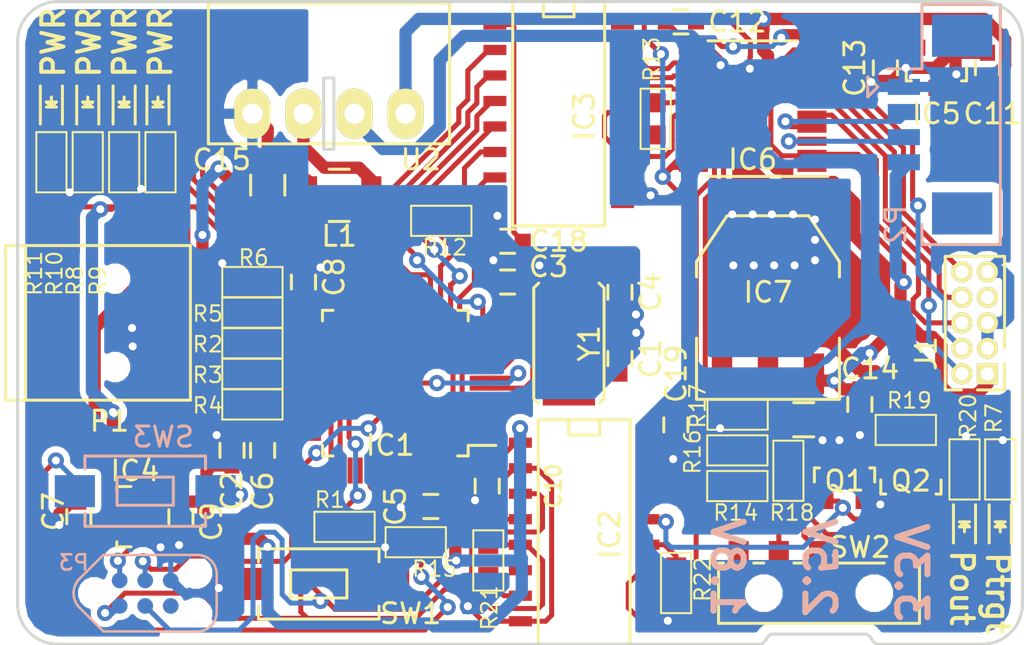
<source format=kicad_pcb>
(kicad_pcb (version 4) (host pcbnew 4.0.0-rc1-stable)
  (layers (0 F.Cu signal) (31 B.Cu signal) (34 B.Paste user hide) (35 F.Paste user hide) (36 B.SilkS user) (37 F.SilkS user) (38 B.Mask user hide) (39 F.Mask user hide) (44 Edge.Cuts user))
  (net 0 "")
  (net 1 "Net-(C1-Pad1)")
  (net 2 GND)
  (net 3 +3V3)
  (net 4 "Net-(C4-Pad1)")
  (net 5 /Vbus)
  (net 6 +5VP)
  (net 7 GNDREF)
  (net 8 +3.3VP)
  (net 9 /LED0)
  (net 10 "Net-(D1-Pad1)")
  (net 11 /LED1)
  (net 12 "Net-(D2-Pad1)")
  (net 13 /LED2)
  (net 14 "Net-(D3-Pad1)")
  (net 15 "Net-(D4-Pad1)")
  (net 16 /TPWR)
  (net 17 "Net-(D5-Pad1)")
  (net 18 "Net-(D6-Pad1)")
  (net 19 "Net-(IC1-Pad2)")
  (net 20 "Net-(IC1-Pad3)")
  (net 21 "Net-(IC1-Pad4)")
  (net 22 "Net-(IC1-Pad10)")
  (net 23 "Net-(IC1-Pad11)")
  (net 24 /RST)
  (net 25 /TDI)
  (net 26 /SWDIO)
  (net 27 /SWCLK)
  (net 28 /SWO)
  (net 29 "Net-(IC1-Pad17)")
  (net 30 "Net-(IC1-Pad18)")
  (net 31 /PWR_BR)
  (net 32 "Net-(IC1-Pad25)")
  (net 33 "Net-(IC1-Pad26)")
  (net 34 "Net-(IC1-Pad27)")
  (net 35 "Net-(IC1-Pad28)")
  (net 36 "Net-(IC1-Pad29)")
  (net 37 "Net-(IC1-Pad32)")
  (net 38 "Net-(IC1-Pad33)")
  (net 39 "Net-(IC1-Pad38)")
  (net 40 "Net-(IC1-Pad39)")
  (net 41 "Net-(IC1-Pad42)")
  (net 42 "Net-(IC1-Pad43)")
  (net 43 "Net-(IC1-Pad44)")
  (net 44 "Net-(IC1-Pad45)")
  (net 45 "Net-(IC1-Pad46)")
  (net 46 "Net-(IC2-Pad14)")
  (net 47 "Net-(IC2-Pad10)")
  (net 48 "Net-(IC2-Pad6)")
  (net 49 "Net-(IC2-Pad15)")
  (net 50 "Net-(IC3-Pad14)")
  (net 51 "Net-(IC3-Pad13)")
  (net 52 "Net-(IC3-Pad12)")
  (net 53 "Net-(IC3-Pad11)")
  (net 54 "Net-(IC3-Pad10)")
  (net 55 "Net-(IC3-Pad6)")
  (net 56 /PWR_BR_IS)
  (net 57 "Net-(J1-Pad7)")
  (net 58 "Net-(C16-Pad2)")
  (net 59 "Net-(P1-Pad2)")
  (net 60 "Net-(P1-Pad3)")
  (net 61 "Net-(P1-Pad5)")
  (net 62 "Net-(Q1-Pad3)")
  (net 63 "Net-(R16-Pad2)")
  (net 64 "Net-(R18-Pad2)")
  (net 65 "Net-(SW2-Pad1)")
  (net 66 "Net-(IC3-Pad15)")
  (net 67 "Net-(IC6-Pad6)")
  (net 68 "Net-(IC6-Pad1)")
  (net 69 "Net-(IC6-Pad5)")
  (net 70 "Net-(IC6-Pad7)")
  (net 71 "Net-(IC6-Pad8)")
  (net 72 "Net-(IC6-Pad9)")
  (net 73 /Tx)
  (net 74 /Rx)
  (net 75 "Net-(P3-Pad6)")
  (net 76 /H_RST)
  (net 77 /H_SWCLK)
  (net 78 /H_SWDIO)
  (net 79 "Net-(IC7-Pad1)")
  (net 80 /REGOUT)
  (net 81 "Net-(IC2-Pad12)")
  (net 82 "Net-(IC2-Pad7)")
  (module Capacitors_SMD:C_0603 (layer F.Cu) (at 202.384 72.966)
    (fp_text reference C3 (at 2.032 -0.762 180) (layer F.SilkS))
    (fp_text value 100n)
    (pad 1 smd rect (at -0.75 0) (size 0.8 0.75) (layers F.Cu F.Paste F.Mask) (net 3 +3V3))
    (pad 2 smd rect (at 0.75 0) (size 0.8 0.75) (layers F.Cu F.Paste F.Mask) (net 2 GND))
  )
  (module dcdc:ROE-DCDC (layer F.Cu) (at 193.494 64.584 180)
    (fp_text reference U2 (at -4.572 -2.286 180) (layer F.SilkS))
    (fp_text value ROE-0505S)
    (pad 1 thru_hole oval (at 3.81 0 180) (size 1.8 2.5) (drill 1) (layers *.Cu *.Mask F.SilkS) (net 2 GND))
    (pad 2 thru_hole oval (at 1.27 0 180) (size 1.8 2.5) (drill 1) (layers *.Cu *.Mask F.SilkS) (net 58 "Net-(C16-Pad2)"))
    (pad 3 thru_hole oval (at -1.27 0 180) (size 1.8 2.5) (drill 1) (layers *.Cu *.Mask F.SilkS) (net 7 GNDREF))
    (pad 4 thru_hole oval (at -3.81 0 180) (size 1.8 2.5) (drill 1) (layers *.Cu *.Mask F.SilkS) (net 6 +5VP))
  )
  (module Inductors_NEOSID:Neosid_Inductor_SM-NE30_SMD1210 (layer F.Cu) (at 194.002 68.648)
    (fp_text reference L1 (at 0 2.032 180) (layer F.SilkS))
    (fp_text value 4.7u)
    (pad 2 smd rect (at 1.6002 0) (size 1.00076 1.89992) (layers F.Cu F.Paste F.Mask) (net 58 "Net-(C16-Pad2)"))
    (pad 1 smd rect (at -1.6002 0) (size 1.00076 1.89992) (layers F.Cu F.Paste F.Mask) (net 5 /Vbus))
  )
  (module passives-7351:C0603-N (layer F.Cu) (at 209.75 64.838 90)
    (fp_text reference R13 (at 1.778 0.254 90) (layer F.SilkS) (effects (font (size 0.77216 0.77216) (thickness 0.105664)) (justify left bottom)))
    (fp_text value 4.7k hide)
    (pad 1 smd rect (at -0.8 0 90) (size 0.95 1) (layers F.Cu F.Paste F.Mask) (net 52 "Net-(IC3-Pad12)"))
    (pad 2 smd rect (at 0.8 0 90) (size 0.95 1) (layers F.Cu F.Paste F.Mask) (net 53 "Net-(IC3-Pad11)"))
  )
  (module passives-7351:C0603-N (layer F.Cu) (at 194.268 85.158)
    (fp_text reference R1 (at -1.558906 -0.899078) (layer F.SilkS) (effects (font (size 0.77216 0.77216) (thickness 0.105664)) (justify left bottom)))
    (fp_text value 10k hide)
    (pad 1 smd rect (at -0.8 0) (size 0.95 1) (layers F.Cu F.Paste F.Mask) (net 32 "Net-(IC1-Pad25)"))
    (pad 2 smd rect (at 0.8 0) (size 0.95 1) (layers F.Cu F.Paste F.Mask) (net 3 +3V3))
  )
  (module LEDs:LED-0603 (layer F.Cu) (at 225.117 85.158 270)
    (fp_text reference D6 hide)
    (fp_text value LED)
    (pad 2 smd rect (at 0.7493 0 90) (size 0.79756 0.79756) (layers F.Cu F.Paste F.Mask) (net 56 /PWR_BR_IS))
    (pad 1 smd rect (at -0.7493 0 90) (size 0.79756 0.79756) (layers F.Cu F.Paste F.Mask) (net 18 "Net-(D6-Pad1)"))
  )
  (module Connect:USB_Mini-B (layer F.Cu) (at 182 74.998)
    (fp_text reference P1 (at 0.572 4.894) (layer F.SilkS))
    (fp_text value USB_B)
    (pad 1 smd rect (at 3.44932 -1.6002) (size 2.30124 0.50038) (layers F.Cu F.Paste F.Mask) (net 5 /Vbus))
    (pad 2 smd rect (at 3.44932 -0.8001) (size 2.30124 0.50038) (layers F.Cu F.Paste F.Mask) (net 59 "Net-(P1-Pad2)"))
    (pad 3 smd rect (at 3.44932 0) (size 2.30124 0.50038) (layers F.Cu F.Paste F.Mask) (net 60 "Net-(P1-Pad3)"))
    (pad 4 smd rect (at 3.44932 0.8001) (size 2.30124 0.50038) (layers F.Cu F.Paste F.Mask) (net 2 GND))
    (pad 5 smd rect (at 3.44932 1.6002) (size 2.30124 0.50038) (layers F.Cu F.Paste F.Mask) (net 61 "Net-(P1-Pad5)"))
    (pad 6 smd rect (at 3.35026 -4.45008) (size 2.49936 1.99898) (layers F.Cu F.Paste F.Mask))
    (pad 6 smd rect (at -2.14884 -4.45008) (size 2.49936 1.99898) (layers F.Cu F.Paste F.Mask))
    (pad 6 smd rect (at 3.35026 4.45008) (size 2.49936 1.99898) (layers F.Cu F.Paste F.Mask))
    (pad 6 smd rect (at -2.14884 4.45008) (size 2.49936 1.99898) (layers F.Cu F.Paste F.Mask))
    (pad "" np_thru_hole circle (at 0.8509 -2.19964) (size 0.89916 0.89916) (drill 0.89916) (layers *.Cu *.Mask F.SilkS))
    (pad "" np_thru_hole circle (at 0.8509 2.19964) (size 0.89916 0.89916) (drill 0.89916) (layers *.Cu *.Mask F.SilkS))
  )
  (module Capacitors_SMD:C_0603 (layer F.Cu) (at 207.972 76.776 90)
    (fp_text reference C1 (at 0 1.524 90) (layer F.SilkS))
    (fp_text value C_Small)
    (pad 1 smd rect (at -0.75 0 90) (size 0.8 0.75) (layers F.Cu F.Paste F.Mask) (net 1 "Net-(C1-Pad1)"))
    (pad 2 smd rect (at 0.75 0 90) (size 0.8 0.75) (layers F.Cu F.Paste F.Mask) (net 2 GND))
  )
  (module Capacitors_SMD:C_0603 (layer F.Cu) (at 188.668 81.348 90)
    (fp_text reference C2 (at -2.032 0 90) (layer F.SilkS))
    (fp_text value 100n)
    (pad 1 smd rect (at -0.75 0 90) (size 0.8 0.75) (layers F.Cu F.Paste F.Mask) (net 3 +3V3))
    (pad 2 smd rect (at 0.75 0 90) (size 0.8 0.75) (layers F.Cu F.Paste F.Mask) (net 2 GND))
  )
  (module Capacitors_SMD:C_0603 (layer F.Cu) (at 207.972 73.474 270)
    (fp_text reference C4 (at 0 -1.524 270) (layer F.SilkS))
    (fp_text value C_Small)
    (pad 1 smd rect (at -0.75 0 270) (size 0.8 0.75) (layers F.Cu F.Paste F.Mask) (net 4 "Net-(C4-Pad1)"))
    (pad 2 smd rect (at 0.75 0 270) (size 0.8 0.75) (layers F.Cu F.Paste F.Mask) (net 2 GND))
  )
  (module Capacitors_SMD:C_0603 (layer F.Cu) (at 198.562 84.142 180)
    (fp_text reference C5 (at 1.766 0 450) (layer F.SilkS))
    (fp_text value 100n)
    (pad 1 smd rect (at -0.75 0 180) (size 0.8 0.75) (layers F.Cu F.Paste F.Mask) (net 3 +3V3))
    (pad 2 smd rect (at 0.75 0 180) (size 0.8 0.75) (layers F.Cu F.Paste F.Mask) (net 2 GND))
  )
  (module Capacitors_SMD:C_0603 (layer F.Cu) (at 190.192 81.348 90)
    (fp_text reference C6 (at -2.032 0 90) (layer F.SilkS))
    (fp_text value 100n)
    (pad 1 smd rect (at -0.75 0 90) (size 0.8 0.75) (layers F.Cu F.Paste F.Mask) (net 3 +3V3))
    (pad 2 smd rect (at 0.75 0 90) (size 0.8 0.75) (layers F.Cu F.Paste F.Mask) (net 2 GND))
  )
  (module Capacitors_SMD:C_0603 (layer F.Cu) (at 181.048 84.65 90)
    (fp_text reference C7 (at 0.254 -1.27 90) (layer F.SilkS))
    (fp_text value 4.7u)
    (pad 1 smd rect (at -0.75 0 90) (size 0.8 0.75) (layers F.Cu F.Paste F.Mask) (net 5 /Vbus))
    (pad 2 smd rect (at 0.75 0 90) (size 0.8 0.75) (layers F.Cu F.Paste F.Mask) (net 2 GND))
  )
  (module Capacitors_SMD:C_0603 (layer F.Cu) (at 192.224 72.966 90)
    (fp_text reference C8 (at 0.254 1.524 90) (layer F.SilkS))
    (fp_text value 1u)
    (pad 1 smd rect (at -0.75 0 90) (size 0.8 0.75) (layers F.Cu F.Paste F.Mask) (net 3 +3V3))
    (pad 2 smd rect (at 0.75 0 90) (size 0.8 0.75) (layers F.Cu F.Paste F.Mask) (net 2 GND))
  )
  (module Capacitors_SMD:C_0603 (layer F.Cu) (at 186.128 84.65 270)
    (fp_text reference C9 (at 0.254 -1.524 270) (layer F.SilkS))
    (fp_text value 4.7u)
    (pad 1 smd rect (at -0.75 0 270) (size 0.8 0.75) (layers F.Cu F.Paste F.Mask) (net 3 +3V3))
    (pad 2 smd rect (at 0.75 0 270) (size 0.8 0.75) (layers F.Cu F.Paste F.Mask) (net 2 GND))
  )
  (module Capacitors_SMD:C_0603 (layer F.Cu) (at 201.368 83.126 270)
    (fp_text reference C10 (at 0 -3.302 270) (layer F.SilkS) (effects (font (size 0.77216 0.77216))))
    (fp_text value 100n)
    (pad 1 smd rect (at -0.75 0 270) (size 0.8 0.75) (layers F.Cu F.Paste F.Mask) (net 3 +3V3))
    (pad 2 smd rect (at 0.75 0 270) (size 0.8 0.75) (layers F.Cu F.Paste F.Mask) (net 2 GND))
  )
  (module Capacitors_SMD:C_0603 (layer F.Cu) (at 226.26 62.298 90)
    (fp_text reference C11 (at -2.286 0.254 180) (layer F.SilkS))
    (fp_text value 4.7u)
    (pad 1 smd rect (at -0.75 0 90) (size 0.8 0.75) (layers F.Cu F.Paste F.Mask) (net 6 +5VP))
    (pad 2 smd rect (at 0.75 0 90) (size 0.8 0.75) (layers F.Cu F.Paste F.Mask) (net 7 GNDREF))
  )
  (module Capacitors_SMD:C_0603 (layer F.Cu) (at 211.008 60.012)
    (fp_text reference C12 (at 2.806 0) (layer F.SilkS))
    (fp_text value 100n)
    (pad 1 smd rect (at -0.75 0) (size 0.8 0.75) (layers F.Cu F.Paste F.Mask) (net 8 +3.3VP))
    (pad 2 smd rect (at 0.75 0) (size 0.8 0.75) (layers F.Cu F.Paste F.Mask) (net 7 GNDREF))
  )
  (module Capacitors_SMD:C_0603 (layer F.Cu) (at 221.18 62.298 270)
    (fp_text reference C13 (at 0 1.524 270) (layer F.SilkS))
    (fp_text value 4.7u)
    (pad 1 smd rect (at -0.75 0 270) (size 0.8 0.75) (layers F.Cu F.Paste F.Mask) (net 8 +3.3VP))
    (pad 2 smd rect (at 0.75 0 270) (size 0.8 0.75) (layers F.Cu F.Paste F.Mask) (net 7 GNDREF))
  )
  (module Capacitors_SMD:C_0603 (layer F.Cu) (at 219.91 79.062 270)
    (fp_text reference C14 (at -1.778 -0.508 360) (layer F.SilkS))
    (fp_text value 4.7u)
    (pad 1 smd rect (at -0.75 0 270) (size 0.8 0.75) (layers F.Cu F.Paste F.Mask) (net 6 +5VP))
    (pad 2 smd rect (at 0.75 0 270) (size 0.8 0.75) (layers F.Cu F.Paste F.Mask) (net 7 GNDREF))
  )
  (module Capacitors_SMD:C_0805 (layer F.Cu) (at 190.446 68.14 90)
    (fp_text reference C15 (at 1.27 -2.286 180) (layer F.SilkS))
    (fp_text value 10u)
    (pad 1 smd rect (at -1 0 90) (size 1 1.25) (layers F.Cu F.Paste F.Mask) (net 5 /Vbus))
    (pad 2 smd rect (at 1 0 90) (size 1 1.25) (layers F.Cu F.Paste F.Mask) (net 2 GND))
  )
  (module Capacitors_SMD:C_0805 (layer F.Cu) (at 217.116 79.824)
    (fp_text reference C17 hide)
    (fp_text value 10u)
    (pad 1 smd rect (at -1 0) (size 1 1.25) (layers F.Cu F.Paste F.Mask) (net 80 /REGOUT))
    (pad 2 smd rect (at 1 0) (size 1 1.25) (layers F.Cu F.Paste F.Mask) (net 7 GNDREF))
  )
  (module Capacitors_SMD:C_0603 (layer F.Cu) (at 202.384 70.934 180)
    (fp_text reference C18 (at -2.54 0 180) (layer F.SilkS))
    (fp_text value 100n)
    (pad 1 smd rect (at -0.75 0 180) (size 0.8 0.75) (layers F.Cu F.Paste F.Mask) (net 3 +3V3))
    (pad 2 smd rect (at 0.75 0 180) (size 0.8 0.75) (layers F.Cu F.Paste F.Mask) (net 2 GND))
  )
  (module Capacitors_SMD:C_0603 (layer F.Cu) (at 210.754 80.078 270)
    (fp_text reference C19 (at -2.54 -0.012 270) (layer F.SilkS))
    (fp_text value 100n)
    (pad 1 smd rect (at -0.75 0 270) (size 0.8 0.75) (layers F.Cu F.Paste F.Mask) (net 8 +3.3VP))
    (pad 2 smd rect (at 0.75 0 270) (size 0.8 0.75) (layers F.Cu F.Paste F.Mask) (net 7 GNDREF))
  )
  (module LEDs:LED-0603 (layer F.Cu) (at 183.302 64 90)
    (fp_text reference D1 hide)
    (fp_text value LED)
    (pad 2 smd rect (at 0.7493 0 270) (size 0.79756 0.79756) (layers F.Cu F.Paste F.Mask) (net 9 /LED0))
    (pad 1 smd rect (at -0.7493 0 270) (size 0.79756 0.79756) (layers F.Cu F.Paste F.Mask) (net 10 "Net-(D1-Pad1)"))
  )
  (module LEDs:LED-0603 (layer F.Cu) (at 184.984 64 90)
    (fp_text reference D2 hide)
    (fp_text value LED)
    (pad 2 smd rect (at 0.7493 0 270) (size 0.79756 0.79756) (layers F.Cu F.Paste F.Mask) (net 11 /LED1))
    (pad 1 smd rect (at -0.7493 0 270) (size 0.79756 0.79756) (layers F.Cu F.Paste F.Mask) (net 12 "Net-(D2-Pad1)"))
  )
  (module LEDs:LED-0603 (layer F.Cu) (at 181.492 64 90)
    (fp_text reference D3 hide)
    (fp_text value LED)
    (pad 2 smd rect (at 0.7493 0 270) (size 0.79756 0.79756) (layers F.Cu F.Paste F.Mask) (net 13 /LED2))
    (pad 1 smd rect (at -0.7493 0 270) (size 0.79756 0.79756) (layers F.Cu F.Paste F.Mask) (net 14 "Net-(D3-Pad1)"))
  )
  (module LEDs:LED-0603 (layer F.Cu) (at 179.682 64 90)
    (fp_text reference D4 hide)
    (fp_text value LED)
    (pad 2 smd rect (at 0.7493 0 270) (size 0.79756 0.79756) (layers F.Cu F.Paste F.Mask) (net 3 +3V3))
    (pad 1 smd rect (at -0.7493 0 270) (size 0.79756 0.79756) (layers F.Cu F.Paste F.Mask) (net 15 "Net-(D4-Pad1)"))
  )
  (module LEDs:LED-0603 (layer F.Cu) (at 226.895 85.158 270)
    (fp_text reference D5 hide)
    (fp_text value LED)
    (pad 2 smd rect (at 0.7493 0 90) (size 0.79756 0.79756) (layers F.Cu F.Paste F.Mask) (net 16 /TPWR))
    (pad 1 smd rect (at -0.7493 0 90) (size 0.79756 0.79756) (layers F.Cu F.Paste F.Mask) (net 17 "Net-(D5-Pad1)"))
  )
  (module Housings_QFP:LQFP-48_7x7mm_Pitch0.5mm (layer F.Cu) (at 196.796 78 180)
    (fp_text reference IC1 (at 0.254 -3.094 180) (layer F.SilkS))
    (fp_text value STM32F103C)
    (pad 1 smd rect (at -4.35 -2.75 180) (size 1.3 0.25) (layers F.Cu F.Paste F.Mask) (net 3 +3V3))
    (pad 2 smd rect (at -4.35 -2.25 180) (size 1.3 0.25) (layers F.Cu F.Paste F.Mask) (net 19 "Net-(IC1-Pad2)"))
    (pad 3 smd rect (at -4.35 -1.75 180) (size 1.3 0.25) (layers F.Cu F.Paste F.Mask) (net 20 "Net-(IC1-Pad3)"))
    (pad 4 smd rect (at -4.35 -1.25 180) (size 1.3 0.25) (layers F.Cu F.Paste F.Mask) (net 21 "Net-(IC1-Pad4)"))
    (pad 5 smd rect (at -4.35 -0.75 180) (size 1.3 0.25) (layers F.Cu F.Paste F.Mask) (net 1 "Net-(C1-Pad1)"))
    (pad 6 smd rect (at -4.35 -0.25 180) (size 1.3 0.25) (layers F.Cu F.Paste F.Mask) (net 4 "Net-(C4-Pad1)"))
    (pad 7 smd rect (at -4.35 0.25 180) (size 1.3 0.25) (layers F.Cu F.Paste F.Mask) (net 76 /H_RST))
    (pad 8 smd rect (at -4.35 0.75 180) (size 1.3 0.25) (layers F.Cu F.Paste F.Mask) (net 2 GND))
    (pad 9 smd rect (at -4.35 1.25 180) (size 1.3 0.25) (layers F.Cu F.Paste F.Mask) (net 3 +3V3))
    (pad 10 smd rect (at -4.35 1.75 180) (size 1.3 0.25) (layers F.Cu F.Paste F.Mask) (net 22 "Net-(IC1-Pad10)"))
    (pad 11 smd rect (at -4.35 2.25 180) (size 1.3 0.25) (layers F.Cu F.Paste F.Mask) (net 23 "Net-(IC1-Pad11)"))
    (pad 12 smd rect (at -4.35 2.75 180) (size 1.3 0.25) (layers F.Cu F.Paste F.Mask) (net 24 /RST))
    (pad 13 smd rect (at -2.75 4.35 270) (size 1.3 0.25) (layers F.Cu F.Paste F.Mask) (net 25 /TDI))
    (pad 14 smd rect (at -2.25 4.35 270) (size 1.3 0.25) (layers F.Cu F.Paste F.Mask) (net 26 /SWDIO))
    (pad 15 smd rect (at -1.75 4.35 270) (size 1.3 0.25) (layers F.Cu F.Paste F.Mask) (net 27 /SWCLK))
    (pad 16 smd rect (at -1.25 4.35 270) (size 1.3 0.25) (layers F.Cu F.Paste F.Mask) (net 28 /SWO))
    (pad 17 smd rect (at -0.75 4.35 270) (size 1.3 0.25) (layers F.Cu F.Paste F.Mask) (net 29 "Net-(IC1-Pad17)"))
    (pad 18 smd rect (at -0.25 4.35 270) (size 1.3 0.25) (layers F.Cu F.Paste F.Mask) (net 30 "Net-(IC1-Pad18)"))
    (pad 19 smd rect (at 0.25 4.35 270) (size 1.3 0.25) (layers F.Cu F.Paste F.Mask) (net 31 /PWR_BR))
    (pad 20 smd rect (at 0.75 4.35 270) (size 1.3 0.25) (layers F.Cu F.Paste F.Mask) (net 9 /LED0))
    (pad 21 smd rect (at 1.25 4.35 270) (size 1.3 0.25) (layers F.Cu F.Paste F.Mask) (net 11 /LED1))
    (pad 22 smd rect (at 1.75 4.35 270) (size 1.3 0.25) (layers F.Cu F.Paste F.Mask) (net 13 /LED2))
    (pad 23 smd rect (at 2.25 4.35 270) (size 1.3 0.25) (layers F.Cu F.Paste F.Mask) (net 2 GND))
    (pad 24 smd rect (at 2.75 4.35 270) (size 1.3 0.25) (layers F.Cu F.Paste F.Mask) (net 3 +3V3))
    (pad 25 smd rect (at 4.35 2.75 180) (size 1.3 0.25) (layers F.Cu F.Paste F.Mask) (net 32 "Net-(IC1-Pad25)"))
    (pad 26 smd rect (at 4.35 2.25 180) (size 1.3 0.25) (layers F.Cu F.Paste F.Mask) (net 33 "Net-(IC1-Pad26)"))
    (pad 27 smd rect (at 4.35 1.75 180) (size 1.3 0.25) (layers F.Cu F.Paste F.Mask) (net 34 "Net-(IC1-Pad27)"))
    (pad 28 smd rect (at 4.35 1.25 180) (size 1.3 0.25) (layers F.Cu F.Paste F.Mask) (net 35 "Net-(IC1-Pad28)"))
    (pad 29 smd rect (at 4.35 0.75 180) (size 1.3 0.25) (layers F.Cu F.Paste F.Mask) (net 36 "Net-(IC1-Pad29)"))
    (pad 30 smd rect (at 4.35 0.25 180) (size 1.3 0.25) (layers F.Cu F.Paste F.Mask) (net 77 /H_SWCLK))
    (pad 31 smd rect (at 4.35 -0.25 180) (size 1.3 0.25) (layers F.Cu F.Paste F.Mask) (net 78 /H_SWDIO))
    (pad 32 smd rect (at 4.35 -0.75 180) (size 1.3 0.25) (layers F.Cu F.Paste F.Mask) (net 37 "Net-(IC1-Pad32)"))
    (pad 33 smd rect (at 4.35 -1.25 180) (size 1.3 0.25) (layers F.Cu F.Paste F.Mask) (net 38 "Net-(IC1-Pad33)"))
    (pad 34 smd rect (at 4.35 -1.75 180) (size 1.3 0.25) (layers F.Cu F.Paste F.Mask) (net 78 /H_SWDIO))
    (pad 35 smd rect (at 4.35 -2.25 180) (size 1.3 0.25) (layers F.Cu F.Paste F.Mask) (net 2 GND))
    (pad 36 smd rect (at 4.35 -2.75 180) (size 1.3 0.25) (layers F.Cu F.Paste F.Mask) (net 3 +3V3))
    (pad 37 smd rect (at 2.75 -4.35 270) (size 1.3 0.25) (layers F.Cu F.Paste F.Mask) (net 77 /H_SWCLK))
    (pad 38 smd rect (at 2.25 -4.35 270) (size 1.3 0.25) (layers F.Cu F.Paste F.Mask) (net 39 "Net-(IC1-Pad38)"))
    (pad 39 smd rect (at 1.75 -4.35 270) (size 1.3 0.25) (layers F.Cu F.Paste F.Mask) (net 40 "Net-(IC1-Pad39)"))
    (pad 40 smd rect (at 1.25 -4.35 270) (size 1.3 0.25) (layers F.Cu F.Paste F.Mask) (net 3 +3V3))
    (pad 41 smd rect (at 0.75 -4.35 270) (size 1.3 0.25) (layers F.Cu F.Paste F.Mask) (net 3 +3V3))
    (pad 42 smd rect (at 0.25 -4.35 270) (size 1.3 0.25) (layers F.Cu F.Paste F.Mask) (net 41 "Net-(IC1-Pad42)"))
    (pad 43 smd rect (at -0.25 -4.35 270) (size 1.3 0.25) (layers F.Cu F.Paste F.Mask) (net 42 "Net-(IC1-Pad43)"))
    (pad 44 smd rect (at -0.75 -4.35 270) (size 1.3 0.25) (layers F.Cu F.Paste F.Mask) (net 43 "Net-(IC1-Pad44)"))
    (pad 45 smd rect (at -1.25 -4.35 270) (size 1.3 0.25) (layers F.Cu F.Paste F.Mask) (net 44 "Net-(IC1-Pad45)"))
    (pad 46 smd rect (at -1.75 -4.35 270) (size 1.3 0.25) (layers F.Cu F.Paste F.Mask) (net 45 "Net-(IC1-Pad46)"))
    (pad 47 smd rect (at -2.25 -4.35 270) (size 1.3 0.25) (layers F.Cu F.Paste F.Mask) (net 2 GND))
    (pad 48 smd rect (at -2.75 -4.35 270) (size 1.3 0.25) (layers F.Cu F.Paste F.Mask) (net 3 +3V3))
  )
  (module SMD_Packages:SO-16-N (layer F.Cu) (at 206.194 85.412 270)
    (fp_text reference IC2 (at 0.127 -1.27 270) (layer F.SilkS))
    (fp_text value SI8662)
    (pad 16 smd rect (at -4.445 -3.175 270) (size 0.508 1.143) (layers F.Cu F.Paste F.Mask) (net 8 +3.3VP))
    (pad 14 smd rect (at -1.905 -3.175 270) (size 0.508 1.143) (layers F.Cu F.Paste F.Mask) (net 46 "Net-(IC2-Pad14)"))
    (pad 13 smd rect (at -0.635 -3.175 270) (size 0.508 1.143) (layers F.Cu F.Paste F.Mask) (net 56 /PWR_BR_IS))
    (pad 12 smd rect (at 0.635 -3.175 270) (size 0.508 1.143) (layers F.Cu F.Paste F.Mask) (net 81 "Net-(IC2-Pad12)"))
    (pad 11 smd rect (at 1.905 -3.175 270) (size 0.508 1.143) (layers F.Cu F.Paste F.Mask) (net 7 GNDREF))
    (pad 10 smd rect (at 3.175 -3.175 270) (size 0.508 1.143) (layers F.Cu F.Paste F.Mask) (net 47 "Net-(IC2-Pad10)"))
    (pad 9 smd rect (at 4.445 -3.175 270) (size 0.508 1.143) (layers F.Cu F.Paste F.Mask) (net 7 GNDREF))
    (pad 8 smd rect (at 4.445 3.175 270) (size 0.508 1.143) (layers F.Cu F.Paste F.Mask) (net 2 GND))
    (pad 7 smd rect (at 3.175 3.175 270) (size 0.508 1.143) (layers F.Cu F.Paste F.Mask) (net 82 "Net-(IC2-Pad7)"))
    (pad 6 smd rect (at 1.905 3.175 270) (size 0.508 1.143) (layers F.Cu F.Paste F.Mask) (net 48 "Net-(IC2-Pad6)"))
    (pad 5 smd rect (at 0.635 3.175 270) (size 0.508 1.143) (layers F.Cu F.Paste F.Mask) (net 78 /H_SWDIO))
    (pad 4 smd rect (at -0.635 3.175 270) (size 0.508 1.143) (layers F.Cu F.Paste F.Mask) (net 31 /PWR_BR))
    (pad 3 smd rect (at -1.905 3.175 270) (size 0.508 1.143) (layers F.Cu F.Paste F.Mask) (net 77 /H_SWCLK))
    (pad 2 smd rect (at -3.175 3.175 270) (size 0.508 1.143) (layers F.Cu F.Paste F.Mask) (net 2 GND))
    (pad 1 smd rect (at -4.445 3.175 270) (size 0.508 1.143) (layers F.Cu F.Paste F.Mask) (net 3 +3V3))
    (pad 15 smd rect (at -3.175 -3.175 270) (size 0.508 1.143) (layers F.Cu F.Paste F.Mask) (net 49 "Net-(IC2-Pad15)"))
  )
  (module SMD_Packages:SO-16-N (layer F.Cu) (at 204.924 64.584 270)
    (fp_text reference IC3 (at 0.127 -1.27 270) (layer F.SilkS))
    (fp_text value SI8662)
    (pad 16 smd rect (at -4.445 -3.175 270) (size 0.508 1.143) (layers F.Cu F.Paste F.Mask) (net 8 +3.3VP))
    (pad 14 smd rect (at -1.905 -3.175 270) (size 0.508 1.143) (layers F.Cu F.Paste F.Mask) (net 50 "Net-(IC3-Pad14)"))
    (pad 13 smd rect (at -0.635 -3.175 270) (size 0.508 1.143) (layers F.Cu F.Paste F.Mask) (net 51 "Net-(IC3-Pad13)"))
    (pad 12 smd rect (at 0.635 -3.175 270) (size 0.508 1.143) (layers F.Cu F.Paste F.Mask) (net 52 "Net-(IC3-Pad12)"))
    (pad 11 smd rect (at 1.905 -3.175 270) (size 0.508 1.143) (layers F.Cu F.Paste F.Mask) (net 53 "Net-(IC3-Pad11)"))
    (pad 10 smd rect (at 3.175 -3.175 270) (size 0.508 1.143) (layers F.Cu F.Paste F.Mask) (net 54 "Net-(IC3-Pad10)"))
    (pad 9 smd rect (at 4.445 -3.175 270) (size 0.508 1.143) (layers F.Cu F.Paste F.Mask) (net 7 GNDREF))
    (pad 8 smd rect (at 4.445 3.175 270) (size 0.508 1.143) (layers F.Cu F.Paste F.Mask) (net 2 GND))
    (pad 7 smd rect (at 3.175 3.175 270) (size 0.508 1.143) (layers F.Cu F.Paste F.Mask) (net 28 /SWO))
    (pad 6 smd rect (at 1.905 3.175 270) (size 0.508 1.143) (layers F.Cu F.Paste F.Mask) (net 55 "Net-(IC3-Pad6)"))
    (pad 5 smd rect (at 0.635 3.175 270) (size 0.508 1.143) (layers F.Cu F.Paste F.Mask) (net 26 /SWDIO))
    (pad 4 smd rect (at -0.635 3.175 270) (size 0.508 1.143) (layers F.Cu F.Paste F.Mask) (net 25 /TDI))
    (pad 3 smd rect (at -1.905 3.175 270) (size 0.508 1.143) (layers F.Cu F.Paste F.Mask) (net 24 /RST))
    (pad 2 smd rect (at -3.175 3.175 270) (size 0.508 1.143) (layers F.Cu F.Paste F.Mask) (net 27 /SWCLK))
    (pad 1 smd rect (at -4.445 3.175 270) (size 0.508 1.143) (layers F.Cu F.Paste F.Mask) (net 3 +3V3))
    (pad 15 smd rect (at -3.175 -3.175 270) (size 0.508 1.143) (layers F.Cu F.Paste F.Mask) (net 66 "Net-(IC3-Pad15)"))
  )
  (module TO_SOT_Packages_SMD:SOT-23 (layer F.Cu) (at 183.588 84.65 90)
    (fp_text reference IC4 (at 2.286 0.254 180) (layer F.SilkS))
    (fp_text value MCP1700-33)
    (pad 1 smd rect (at -0.95 1.00076 90) (size 0.8001 0.8001) (layers F.Cu F.Paste F.Mask) (net 2 GND))
    (pad 2 smd rect (at 0.95 1.00076 90) (size 0.8001 0.8001) (layers F.Cu F.Paste F.Mask) (net 3 +3V3))
    (pad 3 smd rect (at 0 -0.99822 90) (size 0.8001 0.8001) (layers F.Cu F.Paste F.Mask) (net 5 /Vbus))
  )
  (module TO_SOT_Packages_SMD:SOT-23 (layer F.Cu) (at 223.72 62.298 180)
    (fp_text reference IC5 (at 0 -2.286 180) (layer F.SilkS))
    (fp_text value MCP1700-33)
    (pad 1 smd rect (at -0.95 1.00076 180) (size 0.8001 0.8001) (layers F.Cu F.Paste F.Mask) (net 7 GNDREF))
    (pad 2 smd rect (at 0.95 1.00076 180) (size 0.8001 0.8001) (layers F.Cu F.Paste F.Mask) (net 8 +3.3VP))
    (pad 3 smd rect (at 0 -0.99822 180) (size 0.8001 0.8001) (layers F.Cu F.Paste F.Mask) (net 6 +5VP))
  )
  (module Connectors_Molex:Connector_Molex_PicoBlade_53261-0471 (layer B.Cu) (at 225 65.125 270)
    (fp_text reference P2 (at 4.975 3.3 270) (layer B.SilkS) (effects (justify mirror)))
    (fp_text value CONN_01X04)
    (pad 1 smd rect (at -1.875 2.9 270) (size 0.8 1.6) (layers B.Cu B.Paste B.Mask) (net 7 GNDREF))
    (pad 2 smd rect (at -0.625 2.9 270) (size 0.8 1.6) (layers B.Cu B.Paste B.Mask) (net 74 /Rx))
    (pad 3 smd rect (at 0.625 2.9 270) (size 0.8 1.6) (layers B.Cu B.Paste B.Mask) (net 73 /Tx))
    (pad 4 smd rect (at 1.875 2.9 270) (size 0.8 1.6) (layers B.Cu B.Paste B.Mask) (net 16 /TPWR))
    (pad "" smd rect (at -4.425 0 270) (size 2.1 3) (layers B.Cu B.Paste B.Mask))
    (pad "" smd rect (at 4.425 0 270) (size 2.1 3) (layers B.Cu B.Paste B.Mask))
  )
  (module TO_SOT_Packages_SMD:SOT-23 (layer F.Cu) (at 219.148 82.872)
    (fp_text reference Q1 (at 0 0) (layer F.SilkS))
    (fp_text value 2n2007)
    (pad 1 smd rect (at -0.95 1.00076) (size 0.8001 0.8001) (layers F.Cu F.Paste F.Mask) (net 56 /PWR_BR_IS))
    (pad 2 smd rect (at 0.95 1.00076) (size 0.8001 0.8001) (layers F.Cu F.Paste F.Mask) (net 7 GNDREF))
    (pad 3 smd rect (at 0 -0.99822) (size 0.8001 0.8001) (layers F.Cu F.Paste F.Mask) (net 62 "Net-(Q1-Pad3)"))
  )
  (module TO_SOT_Packages_SMD:SOT-23 (layer F.Cu) (at 222.45 82.872 180)
    (fp_text reference Q2 (at 0 0 180) (layer F.SilkS))
    (fp_text value NTR4101)
    (pad 1 smd rect (at -0.95 1.00076 180) (size 0.8001 0.8001) (layers F.Cu F.Paste F.Mask) (net 16 /TPWR))
    (pad 2 smd rect (at 0.95 1.00076 180) (size 0.8001 0.8001) (layers F.Cu F.Paste F.Mask) (net 62 "Net-(Q1-Pad3)"))
    (pad 3 smd rect (at 0 -0.99822 180) (size 0.8001 0.8001) (layers F.Cu F.Paste F.Mask) (net 80 /REGOUT))
  )
  (module Pin_Headers:Pin_Header_Straight_2x05_Pitch1.27mm (layer F.Cu) (at 226.26 77.538 180)
    (fp_text reference J1 (at 3.048 1.016 270) (layer F.SilkS))
    (fp_text value SWD)
    (pad 1 thru_hole rect (at 0 0 180) (size 1.05 1.05) (drill 0.65) (layers *.Cu *.Mask F.SilkS) (net 16 /TPWR))
    (pad 3 thru_hole circle (at 0 1.27 180) (size 1.05 1.05) (drill 0.65) (layers *.Cu *.Mask F.SilkS) (net 7 GNDREF))
    (pad 5 thru_hole circle (at 0 2.54 180) (size 1.05 1.05) (drill 0.65) (layers *.Cu *.Mask F.SilkS) (net 7 GNDREF))
    (pad 7 thru_hole circle (at 0 3.81 180) (size 1.05 1.05) (drill 0.65) (layers *.Cu *.Mask F.SilkS) (net 57 "Net-(J1-Pad7)"))
    (pad 9 thru_hole circle (at 0 5.08 180) (size 1.05 1.05) (drill 0.65) (layers *.Cu *.Mask F.SilkS) (net 7 GNDREF))
    (pad 4 thru_hole circle (at 1.27 1.27 180) (size 1.05 1.05) (drill 0.65) (layers *.Cu *.Mask F.SilkS) (net 72 "Net-(IC6-Pad9)"))
    (pad 6 thru_hole circle (at 1.27 2.54 180) (size 1.05 1.05) (drill 0.65) (layers *.Cu *.Mask F.SilkS) (net 69 "Net-(IC6-Pad5)"))
    (pad 8 thru_hole circle (at 1.27 3.81 180) (size 1.05 1.05) (drill 0.65) (layers *.Cu *.Mask F.SilkS) (net 70 "Net-(IC6-Pad7)"))
    (pad 10 thru_hole circle (at 1.27 5.08 180) (size 1.05 1.05) (drill 0.65) (layers *.Cu *.Mask F.SilkS) (net 71 "Net-(IC6-Pad8)"))
    (pad 2 thru_hole circle (at 1.27 0 180) (size 1.05 1.05) (drill 0.65) (layers *.Cu *.Mask F.SilkS) (net 67 "Net-(IC6-Pad6)"))
  )
  (module Housings_SSOP:TSSOP-20_4.4x6.5mm_Pitch0.65mm (layer F.Cu) (at 214.576 64.33 180)
    (fp_text reference IC6 (at 0 -2.54 180) (layer F.SilkS))
    (fp_text value TXS0108)
    (pad 1 smd rect (at -2.95 -2.925 180) (size 1.45 0.45) (layers F.Cu F.Paste F.Mask) (net 68 "Net-(IC6-Pad1)"))
    (pad 2 smd rect (at -2.95 -2.275 180) (size 1.45 0.45) (layers F.Cu F.Paste F.Mask) (net 16 /TPWR))
    (pad 3 smd rect (at -2.95 -1.625 180) (size 1.45 0.45) (layers F.Cu F.Paste F.Mask) (net 73 /Tx))
    (pad 4 smd rect (at -2.95 -0.975 180) (size 1.45 0.45) (layers F.Cu F.Paste F.Mask) (net 74 /Rx))
    (pad 5 smd rect (at -2.95 -0.325 180) (size 1.45 0.45) (layers F.Cu F.Paste F.Mask) (net 69 "Net-(IC6-Pad5)"))
    (pad 6 smd rect (at -2.95 0.325 180) (size 1.45 0.45) (layers F.Cu F.Paste F.Mask) (net 67 "Net-(IC6-Pad6)"))
    (pad 7 smd rect (at -2.95 0.975 180) (size 1.45 0.45) (layers F.Cu F.Paste F.Mask) (net 70 "Net-(IC6-Pad7)"))
    (pad 8 smd rect (at -2.95 1.625 180) (size 1.45 0.45) (layers F.Cu F.Paste F.Mask) (net 71 "Net-(IC6-Pad8)"))
    (pad 9 smd rect (at -2.95 2.275 180) (size 1.45 0.45) (layers F.Cu F.Paste F.Mask) (net 72 "Net-(IC6-Pad9)"))
    (pad 10 smd rect (at -2.95 2.925 180) (size 1.45 0.45) (layers F.Cu F.Paste F.Mask) (net 16 /TPWR))
    (pad 11 smd rect (at 2.95 2.925 180) (size 1.45 0.45) (layers F.Cu F.Paste F.Mask) (net 7 GNDREF))
    (pad 12 smd rect (at 2.95 2.275 180) (size 1.45 0.45) (layers F.Cu F.Paste F.Mask) (net 66 "Net-(IC3-Pad15)"))
    (pad 13 smd rect (at 2.95 1.625 180) (size 1.45 0.45) (layers F.Cu F.Paste F.Mask) (net 50 "Net-(IC3-Pad14)"))
    (pad 14 smd rect (at 2.95 0.975 180) (size 1.45 0.45) (layers F.Cu F.Paste F.Mask) (net 51 "Net-(IC3-Pad13)"))
    (pad 15 smd rect (at 2.95 0.325 180) (size 1.45 0.45) (layers F.Cu F.Paste F.Mask) (net 53 "Net-(IC3-Pad11)"))
    (pad 16 smd rect (at 2.95 -0.325 180) (size 1.45 0.45) (layers F.Cu F.Paste F.Mask) (net 54 "Net-(IC3-Pad10)"))
    (pad 17 smd rect (at 2.95 -0.975 180) (size 1.45 0.45) (layers F.Cu F.Paste F.Mask) (net 47 "Net-(IC2-Pad10)"))
    (pad 18 smd rect (at 2.95 -1.625 180) (size 1.45 0.45) (layers F.Cu F.Paste F.Mask) (net 46 "Net-(IC2-Pad14)"))
    (pad 19 smd rect (at 2.95 -2.275 180) (size 1.45 0.45) (layers F.Cu F.Paste F.Mask) (net 8 +3.3VP))
    (pad 20 smd rect (at 2.95 -2.925 180) (size 1.45 0.45) (layers F.Cu F.Paste F.Mask) (net 8 +3.3VP))
  )
  (module Tag-Connect:TC2030-NL_SMALL (layer B.Cu) (at 184.35 88.46)
    (fp_text reference P3 (at -3.556 -1.524) (layer B.SilkS) (effects (font (size 0.75692 0.75692) (thickness 0.127)) (justify mirror)))
    (fp_text value TC2030-CTX hide)
    (pad 1 connect circle (at -1.27 -0.635) (size 0.78486 0.78486) (layers B.Cu B.Mask) (net 3 +3V3))
    (pad 2 connect circle (at -1.27 0.635) (size 0.78486 0.78486) (layers B.Cu B.Mask) (net 78 /H_SWDIO))
    (pad 3 connect circle (at 0 -0.635) (size 0.78486 0.78486) (layers B.Cu B.Mask) (net 76 /H_RST))
    (pad 4 connect circle (at 0 0.635) (size 0.78486 0.78486) (layers B.Cu B.Mask) (net 77 /H_SWCLK))
    (pad 5 connect circle (at 1.27 -0.635) (size 0.78486 0.78486) (layers B.Cu B.Mask) (net 2 GND))
    (pad 6 connect circle (at 1.27 0.635) (size 0.78486 0.78486) (layers B.Cu B.Mask) (net 75 "Net-(P3-Pad6)"))
    (pad "" np_thru_hole circle (at -2.54 0) (size 0.98806 0.98806) (drill 0.98806) (layers *.Cu *.Mask B.SilkS))
    (pad "" np_thru_hole circle (at 2.54 1.016) (size 0.98552 0.98552) (drill 0.98552) (layers *.Cu *.Mask B.SilkS))
    (pad "" np_thru_hole circle (at 2.54 -1.016) (size 0.98552 0.98552) (drill 0.98552) (layers *.Cu *.Mask B.SilkS))
  )
  (module TO_SOT_Packages_SMD:SOT-223 (layer F.Cu) (at 215.338 74.236)
    (fp_text reference IC7 (at 0 -0.762) (layer F.SilkS))
    (fp_text value 1117-SOT223)
    (pad 4 smd rect (at 0 -3.302) (size 3.6576 2.032) (layers F.Cu F.Paste F.Mask) (net 80 /REGOUT))
    (pad 2 smd rect (at 0 3.302) (size 1.016 2.032) (layers F.Cu F.Paste F.Mask) (net 80 /REGOUT))
    (pad 3 smd rect (at 2.286 3.302) (size 1.016 2.032) (layers F.Cu F.Paste F.Mask) (net 6 +5VP))
    (pad 1 smd rect (at -2.286 3.302) (size 1.016 2.032) (layers F.Cu F.Paste F.Mask) (net 79 "Net-(IC7-Pad1)"))
  )
  (module slide_SP3T:AYZ0103AGRLC (layer F.Cu) (at 217.878 88.46)
    (fp_text reference SW2 (at 2.032 -2.286) (layer F.SilkS))
    (fp_text value SP3T)
    (pad 1 smd rect (at -4 -2) (size 1 1.2) (layers F.Cu F.Paste F.Mask) (net 65 "Net-(SW2-Pad1)"))
    (pad 2 smd rect (at -2 -2) (size 1 1.2) (layers F.Cu F.Paste F.Mask) (net 63 "Net-(R16-Pad2)"))
    (pad 3 smd rect (at 0 -2) (size 1 1.2) (layers F.Cu F.Paste F.Mask) (net 79 "Net-(IC7-Pad1)"))
    (pad 4 smd rect (at 4 -2) (size 1 1.2) (layers F.Cu F.Paste F.Mask) (net 64 "Net-(R18-Pad2)"))
    (pad "" np_thru_hole circle (at -2.75 0) (size 0.85 0.85) (drill 0.85) (layers *.Cu))
    (pad "" np_thru_hole circle (at 2.75 0) (size 0.85 0.85) (drill 0.85) (layers *.Cu))
  )
  (module tactile_SPST:SW_SPST_EVQPE1 (layer F.Cu) (at 192.986 88 180)
    (fp_text reference SW1 (at -4.572 -1.476 180) (layer F.SilkS))
    (fp_text value SW_PUSH)
    (pad 2 smd rect (at 3.5 0 180) (size 2 1.6) (layers F.Cu F.Paste F.Mask) (net 2 GND))
    (pad 1 smd rect (at -3.5 0 180) (size 2 1.6) (layers F.Cu F.Paste F.Mask) (net 32 "Net-(IC1-Pad25)"))
  )
  (module tactile_SPST:SW_SPST_EVQPE1 (layer B.Cu) (at 184.35 83.38 180)
    (fp_text reference SW3 (at -0.9 2.7 180) (layer B.SilkS) (effects (justify mirror)))
    (fp_text value SW_PUSH)
    (pad 2 smd rect (at 3.5 0 180) (size 2 1.6) (layers B.Cu B.Paste B.Mask) (net 43 "Net-(IC1-Pad44)"))
    (pad 1 smd rect (at -3.5 0 180) (size 2 1.6) (layers B.Cu B.Paste B.Mask) (net 3 +3V3))
  )
  (module passives-7351:C0603-N (layer F.Cu) (at 189.684 76.014 180)
    (fp_text reference R2 (at 3.048 -0.508 180) (layer F.SilkS) (effects (font (size 0.77216 0.77216) (thickness 0.105664)) (justify left bottom)))
    (fp_text value 1.5k hide)
    (pad 1 smd rect (at -0.8 0 180) (size 0.95 1) (layers F.Cu F.Paste F.Mask) (net 36 "Net-(IC1-Pad29)"))
    (pad 2 smd rect (at 0.8 0 180) (size 0.95 1) (layers F.Cu F.Paste F.Mask) (net 60 "Net-(P1-Pad3)"))
  )
  (module passives-7351:C0603-N (layer F.Cu) (at 189.684 77.538 180)
    (fp_text reference R3 (at 3.048 -0.508 180) (layer F.SilkS) (effects (font (size 0.77216 0.77216) (thickness 0.105664)) (justify left bottom)))
    (fp_text value 22 hide)
    (pad 1 smd rect (at -0.8 0 180) (size 0.95 1) (layers F.Cu F.Paste F.Mask) (net 37 "Net-(IC1-Pad32)"))
    (pad 2 smd rect (at 0.8 0 180) (size 0.95 1) (layers F.Cu F.Paste F.Mask) (net 59 "Net-(P1-Pad2)"))
  )
  (module passives-7351:C0603-N (layer F.Cu) (at 189.684 79.062)
    (fp_text reference R4 (at -3.048 0.508) (layer F.SilkS) (effects (font (size 0.77216 0.77216) (thickness 0.105664)) (justify left bottom)))
    (fp_text value 22 hide)
    (pad 1 smd rect (at -0.8 0) (size 0.95 1) (layers F.Cu F.Paste F.Mask) (net 60 "Net-(P1-Pad3)"))
    (pad 2 smd rect (at 0.8 0) (size 0.95 1) (layers F.Cu F.Paste F.Mask) (net 38 "Net-(IC1-Pad33)"))
  )
  (module passives-7351:C0603-N (layer F.Cu) (at 189.684 74.49)
    (fp_text reference R5 (at -3.048 0.508) (layer F.SilkS) (effects (font (size 0.77216 0.77216) (thickness 0.105664)) (justify left bottom)))
    (fp_text value 4.7k hide)
    (pad 1 smd rect (at -0.8 0) (size 0.95 1) (layers F.Cu F.Paste F.Mask) (net 5 /Vbus))
    (pad 2 smd rect (at 0.8 0) (size 0.95 1) (layers F.Cu F.Paste F.Mask) (net 33 "Net-(IC1-Pad26)"))
  )
  (module passives-7351:C0603-N (layer F.Cu) (at 189.684 72.966 180)
    (fp_text reference R6 (at 0.762 0.762 180) (layer F.SilkS) (effects (font (size 0.77216 0.77216) (thickness 0.105664)) (justify left bottom)))
    (fp_text value 10k hide)
    (pad 1 smd rect (at -0.8 0 180) (size 0.95 1) (layers F.Cu F.Paste F.Mask) (net 33 "Net-(IC1-Pad26)"))
    (pad 2 smd rect (at 0.8 0 180) (size 0.95 1) (layers F.Cu F.Paste F.Mask) (net 2 GND))
  )
  (module passives-7351:C0603-N (layer F.Cu) (at 226.895 82.296 90)
    (fp_text reference R7 (at 1.723126 0.127 90) (layer F.SilkS) (effects (font (size 0.77216 0.77216) (thickness 0.105664)) (justify left bottom)))
    (fp_text value 330 hide)
    (pad 1 smd rect (at -0.8 0 90) (size 0.95 1) (layers F.Cu F.Paste F.Mask) (net 17 "Net-(D5-Pad1)"))
    (pad 2 smd rect (at 0.8 0 90) (size 0.95 1) (layers F.Cu F.Paste F.Mask) (net 7 GNDREF))
  )
  (module passives-7351:C0603-N (layer F.Cu) (at 183.302 67 270)
    (fp_text reference R8 (at 6.728 2 270) (layer F.SilkS) (effects (font (size 0.77216 0.77216) (thickness 0.105664)) (justify left bottom)))
    (fp_text value 330 hide)
    (pad 1 smd rect (at -0.8 0 270) (size 0.95 1) (layers F.Cu F.Paste F.Mask) (net 10 "Net-(D1-Pad1)"))
    (pad 2 smd rect (at 0.8 0 270) (size 0.95 1) (layers F.Cu F.Paste F.Mask) (net 2 GND))
  )
  (module passives-7351:C0603-N (layer F.Cu) (at 185.112 67 270)
    (fp_text reference R9 (at 6.728 2.666 270) (layer F.SilkS) (effects (font (size 0.77216 0.77216) (thickness 0.105664)) (justify left bottom)))
    (fp_text value 330 hide)
    (pad 1 smd rect (at -0.8 0 270) (size 0.95 1) (layers F.Cu F.Paste F.Mask) (net 12 "Net-(D2-Pad1)"))
    (pad 2 smd rect (at 0.8 0 270) (size 0.95 1) (layers F.Cu F.Paste F.Mask) (net 2 GND))
  )
  (module passives-7351:C0603-N (layer F.Cu) (at 181.492 67 270)
    (fp_text reference R10 (at 6.728 1.206 270) (layer F.SilkS) (effects (font (size 0.77216 0.77216) (thickness 0.105664)) (justify left bottom)))
    (fp_text value 330 hide)
    (pad 1 smd rect (at -0.8 0 270) (size 0.95 1) (layers F.Cu F.Paste F.Mask) (net 14 "Net-(D3-Pad1)"))
    (pad 2 smd rect (at 0.8 0 270) (size 0.95 1) (layers F.Cu F.Paste F.Mask) (net 2 GND))
  )
  (module passives-7351:C0603-N (layer F.Cu) (at 179.682 67 270)
    (fp_text reference R11 (at 6.728 0.412 270) (layer F.SilkS) (effects (font (size 0.77216 0.77216) (thickness 0.105664)) (justify left bottom)))
    (fp_text value 330 hide)
    (pad 1 smd rect (at -0.8 0 270) (size 0.95 1) (layers F.Cu F.Paste F.Mask) (net 15 "Net-(D4-Pad1)"))
    (pad 2 smd rect (at 0.8 0 270) (size 0.95 1) (layers F.Cu F.Paste F.Mask) (net 2 GND))
  )
  (module passives-7351:C0603-N (layer F.Cu) (at 199.082 69.918)
    (fp_text reference R12 (at -1.016 1.778) (layer F.SilkS) (effects (font (size 0.77216 0.77216) (thickness 0.105664)) (justify left bottom)))
    (fp_text value 4.7k hide)
    (pad 1 smd rect (at -0.8 0) (size 0.95 1) (layers F.Cu F.Paste F.Mask) (net 26 /SWDIO))
    (pad 2 smd rect (at 0.8 0) (size 0.95 1) (layers F.Cu F.Paste F.Mask) (net 55 "Net-(IC3-Pad6)"))
  )
  (module passives-7351:C0603-N (layer F.Cu) (at 213.814 83.126 180)
    (fp_text reference R14 (at 1.27 -1.778 180) (layer F.SilkS) (effects (font (size 0.77216 0.77216) (thickness 0.105664)) (justify left bottom)))
    (fp_text value 4.7k hide)
    (pad 1 smd rect (at -0.8 0 180) (size 0.95 1) (layers F.Cu F.Paste F.Mask) (net 80 /REGOUT))
    (pad 2 smd rect (at 0.8 0 180) (size 0.95 1) (layers F.Cu F.Paste F.Mask) (net 79 "Net-(IC7-Pad1)"))
  )
  (module passives-7351:C0603-N (layer F.Cu) (at 197.812 85.92)
    (fp_text reference R15 (at -0.254 1.778) (layer F.SilkS) (effects (font (size 0.77216 0.77216) (thickness 0.105664)) (justify left bottom)))
    (fp_text value 10k hide)
    (pad 1 smd rect (at -0.8 0) (size 0.95 1) (layers F.Cu F.Paste F.Mask) (net 2 GND))
    (pad 2 smd rect (at 0.8 0) (size 0.95 1) (layers F.Cu F.Paste F.Mask) (net 43 "Net-(IC1-Pad44)"))
  )
  (module passives-7351:C0603-N (layer F.Cu) (at 213.814 81.348 180)
    (fp_text reference R16 (at 1.778 -1.27 270) (layer F.SilkS) (effects (font (size 0.77216 0.77216) (thickness 0.105664)) (justify left bottom)))
    (fp_text value 4.7k hide)
    (pad 1 smd rect (at -0.8 0 180) (size 0.95 1) (layers F.Cu F.Paste F.Mask) (net 80 /REGOUT))
    (pad 2 smd rect (at 0.8 0 180) (size 0.95 1) (layers F.Cu F.Paste F.Mask) (net 63 "Net-(R16-Pad2)"))
  )
  (module passives-7351:C0603-N (layer F.Cu) (at 213.826 79.57 180)
    (fp_text reference R17 (at 1.536 -0.762 270) (layer F.SilkS) (effects (font (size 0.77216 0.77216) (thickness 0.105664)) (justify left bottom)))
    (fp_text value 4.7k hide)
    (pad 1 smd rect (at -0.8 0 180) (size 0.95 1) (layers F.Cu F.Paste F.Mask) (net 79 "Net-(IC7-Pad1)"))
    (pad 2 smd rect (at 0.8 0 180) (size 0.95 1) (layers F.Cu F.Paste F.Mask) (net 7 GNDREF))
  )
  (module passives-7351:C0603-N (layer F.Cu) (at 216.354 82.364 270)
    (fp_text reference R18 (at 2.54 1.016 360) (layer F.SilkS) (effects (font (size 0.77216 0.77216) (thickness 0.105664)) (justify left bottom)))
    (fp_text value 4.7k hide)
    (pad 1 smd rect (at -0.8 0 270) (size 0.95 1) (layers F.Cu F.Paste F.Mask) (net 80 /REGOUT))
    (pad 2 smd rect (at 0.8 0 270) (size 0.95 1) (layers F.Cu F.Paste F.Mask) (net 64 "Net-(R18-Pad2)"))
  )
  (module passives-7351:C0603-N (layer F.Cu) (at 222.196 80.332 180)
    (fp_text reference R19 (at 1.016 1.016 360) (layer F.SilkS) (effects (font (size 0.77216 0.77216) (thickness 0.105664)) (justify left bottom)))
    (fp_text value 10k hide)
    (pad 1 smd rect (at -0.8 0 180) (size 0.95 1) (layers F.Cu F.Paste F.Mask) (net 80 /REGOUT))
    (pad 2 smd rect (at 0.8 0 180) (size 0.95 1) (layers F.Cu F.Paste F.Mask) (net 62 "Net-(Q1-Pad3)"))
  )
  (module passives-7351:C0603-N (layer F.Cu) (at 225.117 82.296 90)
    (fp_text reference R20 (at 1.469126 0.635 90) (layer F.SilkS) (effects (font (size 0.77216 0.77216) (thickness 0.105664)) (justify left bottom)))
    (fp_text value 330 hide)
    (pad 1 smd rect (at -0.8 0 90) (size 0.95 1) (layers F.Cu F.Paste F.Mask) (net 18 "Net-(D6-Pad1)"))
    (pad 2 smd rect (at 0.8 0 90) (size 0.95 1) (layers F.Cu F.Paste F.Mask) (net 7 GNDREF))
  )
  (module passives-7351:C0603-N (layer F.Cu) (at 201.422 86.83 270)
    (fp_text reference R21 (at 3.556 -0.508 270) (layer F.SilkS) (effects (font (size 0.77216 0.77216) (thickness 0.105664)) (justify left bottom)))
    (fp_text value 4.7k hide)
    (pad 1 smd rect (at -0.8 0 270) (size 0.95 1) (layers F.Cu F.Paste F.Mask) (net 78 /H_SWDIO))
    (pad 2 smd rect (at 0.8 0 270) (size 0.95 1) (layers F.Cu F.Paste F.Mask) (net 82 "Net-(IC2-Pad7)"))
  )
  (module passives-7351:C0603-N (layer F.Cu) (at 210.766 87.952 270)
    (fp_text reference R22 (at 1.016 -1.778 270) (layer F.SilkS) (effects (font (size 0.77216 0.77216) (thickness 0.105664)) (justify left bottom)))
    (fp_text value 4.7k hide)
    (pad 1 smd rect (at -0.8 0 270) (size 0.95 1) (layers F.Cu F.Paste F.Mask) (net 81 "Net-(IC2-Pad12)"))
    (pad 2 smd rect (at 0.8 0 270) (size 0.95 1) (layers F.Cu F.Paste F.Mask) (net 47 "Net-(IC2-Pad10)"))
  )
  (module ABM7:ABM7 (layer F.Cu) (at 205.432 76.014 90)
    (fp_text reference Y1 (at 0 1.016 270) (layer F.SilkS))
    (fp_text value Crystal_Small)
    (pad 1 smd rect (at -2.15 0 90) (size 1.9 2.6) (layers F.Cu F.Paste F.Mask) (net 1 "Net-(C1-Pad1)"))
    (pad 2 smd rect (at 2.15 0 90) (size 1.9 2.6) (layers F.Cu F.Paste F.Mask) (net 4 "Net-(C4-Pad1)"))
  )
  (gr_line (start 193.7385 62.8015) (end 193.7385 66.3575) (layer Edge.Cuts) (width 0.15))
  (gr_line (start 193.2305 62.8015) (end 193.2305 66.3575) (layer Edge.Cuts) (width 0.15))
  (gr_line (start 193.7385 62.8015) (end 193.2305 62.8015) (layer Edge.Cuts) (width 0.15))
  (gr_line (start 193.7385 66.3575) (end 193.2305 66.3575) (layer Edge.Cuts) (width 0.15))
  (gr_text Ptrgt (at 226.768 88.46 270) (layer F.SilkS) (effects (font (size 1.1 1.1) (thickness 0.2))))
  (gr_text Pout (at 224.99 88.206 270) (layer F.SilkS) (effects (font (size 1.1 1.1) (thickness 0.2))))
  (gr_text PWR (at 185.112 61.028 90) (layer F.SilkS) (effects (font (size 1.1 1.1) (thickness 0.2))))
  (gr_text PWR (at 183.334 61.028 90) (layer F.SilkS) (effects (font (size 1.1 1.1) (thickness 0.2))))
  (gr_text PWR (at 181.556 61.028 90) (layer F.SilkS) (effects (font (size 1.1 1.1) (thickness 0.2))))
  (gr_text PWR (at 179.778 61.028 90) (layer F.SilkS) (effects (font (size 1.1 1.1) (thickness 0.2))))
  (gr_text 3.3V (at 222.45 87.444 270) (layer B.SilkS) (effects (font (size 1.5 1.5) (thickness 0.3)) (justify mirror)))
  (gr_text 1.8V (at 213.306 87.19 270) (layer B.SilkS) (effects (font (size 1.5 1.5) (thickness 0.3)) (justify mirror)))
  (gr_text 2.5V (at 217.878 87.19 270) (layer B.SilkS) (effects (font (size 1.5 1.5) (thickness 0.3)) (justify mirror)))
  (gr_line (start 215 91) (end 180 91) (layer Edge.Cuts) (width 0.15))
  (gr_line (start 226 91) (end 220.75 91) (layer Edge.Cuts) (width 0.15))
  (gr_arc (start 214.75 90.5) (end 215.25 90.75) (angle 36.86989765) (layer Edge.Cuts) (width 0.15))
  (gr_arc (start 215.75 91) (end 215.25 90.75) (angle 36.86989765) (layer Edge.Cuts) (width 0.15))
  (gr_line (start 220.25 90.5) (end 215.5 90.5) (layer Edge.Cuts) (width 0.15))
  (gr_arc (start 220 91) (end 220.25 90.5) (angle 36.86989765) (layer Edge.Cuts) (width 0.15))
  (gr_arc (start 221 90.5) (end 220.75 91) (angle 36.86989765) (layer Edge.Cuts) (width 0.15))
  (gr_line (start 178 61) (end 178 89) (layer Edge.Cuts) (width 0.15))
  (gr_line (start 226 59) (end 180 59) (layer Edge.Cuts) (width 0.15))
  (gr_line (start 228 89) (end 228 61) (layer Edge.Cuts) (width 0.15))
  (gr_arc (start 226 61) (end 226 59) (angle 90) (layer Edge.Cuts) (width 0.15))
  (gr_arc (start 226 89) (end 228 89) (angle 90) (layer Edge.Cuts) (width 0.15))
  (gr_arc (start 180 89) (end 180 91) (angle 90) (layer Edge.Cuts) (width 0.15))
  (gr_arc (start 180 61) (end 178 61) (angle 90) (layer Edge.Cuts) (width 0.15))
  (segment (start 201.146 78.75) (end 203.37945 78.75) (width 0.25) (layer F.Cu) (net 1))
  (segment (start 203.37945 78.75) (end 203.98185 78.1476) (width 0.25) (layer F.Cu) (net 1))
  (segment (start 203.98185 78.1476) (end 206.88215 78.1476) (width 0.25) (layer F.Cu) (net 1))
  (segment (start 206.88215 78.1476) (end 207.21 77.81975) (width 0.25) (layer F.Cu) (net 1))
  (segment (start 207.21 77.81975) (end 207.21 77.663) (width 0.25) (layer F.Cu) (net 1))
  (segment (start 207.21 77.663) (end 207.347 77.526) (width 0.25) (layer F.Cu) (net 1))
  (segment (start 207.347 77.526) (end 207.972 77.526) (width 0.25) (layer F.Cu) (net 1))
  (segment (start 203.8405 82.237) (end 204.573809 82.970309) (width 0.25) (layer F.Cu) (net 2))
  (segment (start 203.019 82.237) (end 203.8405 82.237) (width 0.25) (layer F.Cu) (net 2))
  (segment (start 204.573809 82.970309) (end 204.573809 89.558191) (width 0.25) (layer F.Cu) (net 2))
  (segment (start 204.573809 89.558191) (end 204.275 89.857) (width 0.25) (layer F.Cu) (net 2))
  (segment (start 204.275 89.857) (end 203.019 89.857) (width 0.25) (layer F.Cu) (net 2))
  (segment (start 207.972 76.026) (end 208.250513 76.026) (width 0.25) (layer F.Cu) (net 2))
  (segment (start 208.250513 76.026) (end 208.783243 75.49327) (width 0.25) (layer F.Cu) (net 2))
  (segment (start 207.972 74.224) (end 208.411697 74.224) (width 0.25) (layer F.Cu) (net 2))
  (segment (start 208.411697 74.224) (end 208.768027 74.58033) (width 0.25) (layer F.Cu) (net 2))
  (segment (start 201.146 77.25) (end 202.142412 77.25) (width 0.25) (layer F.Cu) (net 2))
  (segment (start 202.142412 77.25) (end 203.134 76.258412) (width 0.25) (layer F.Cu) (net 2))
  (segment (start 203.134 76.258412) (end 203.134 72.966) (width 0.25) (layer F.Cu) (net 2))
  (segment (start 201.634 70.934) (end 201.634 71.84) (width 0.25) (layer F.Cu) (net 2))
  (segment (start 201.634 71.84) (end 201.676 71.882) (width 0.25) (layer F.Cu) (net 2))
  (via (at 201.676 71.882) (size 0.8) (drill 0.4) (layers F.Cu B.Cu) (net 2))
  (segment (start 203.134 72.966) (end 203.134 72.964) (width 0.25) (layer F.Cu) (net 2))
  (segment (start 203.134 72.964) (end 203.962 72.136) (width 0.25) (layer F.Cu) (net 2))
  (via (at 203.962 72.136) (size 0.8) (drill 0.4) (layers F.Cu B.Cu) (net 2))
  (segment (start 201.634 70.934) (end 201.634 69.906) (width 0.25) (layer F.Cu) (net 2))
  (segment (start 201.634 69.906) (end 201.876 69.664) (width 0.25) (layer F.Cu) (net 2))
  (via (at 208.783243 75.49327) (size 0.8) (drill 0.4) (layers F.Cu B.Cu) (net 2))
  (via (at 208.768027 74.58033) (size 0.8) (drill 0.4) (layers F.Cu B.Cu) (net 2))
  (segment (start 180.594 67.962) (end 180.594 68.498409) (width 0.25) (layer F.Cu) (net 2))
  (segment (start 179.682 67.8) (end 180.432 67.8) (width 0.25) (layer F.Cu) (net 2))
  (segment (start 180.432 67.8) (end 180.594 67.962) (width 0.25) (layer F.Cu) (net 2))
  (segment (start 181.492 67.8) (end 181.292409 67.8) (width 0.25) (layer F.Cu) (net 2))
  (via (at 180.594 68.498409) (size 0.8) (drill 0.4) (layers F.Cu B.Cu) (net 2))
  (segment (start 181.292409 67.8) (end 180.594 68.498409) (width 0.25) (layer F.Cu) (net 2))
  (segment (start 183.302 67.8) (end 183.624 67.8) (width 0.25) (layer F.Cu) (net 2))
  (segment (start 183.624 67.8) (end 184.15 68.326) (width 0.25) (layer F.Cu) (net 2))
  (segment (start 181.492 67.8) (end 183.302 67.8) (width 0.25) (layer F.Cu) (net 2))
  (segment (start 185.112 67.8) (end 184.676 67.8) (width 0.25) (layer F.Cu) (net 2))
  (via (at 184.15 68.326) (size 0.8) (drill 0.4) (layers F.Cu B.Cu) (net 2))
  (segment (start 184.676 67.8) (end 184.15 68.326) (width 0.25) (layer F.Cu) (net 2))
  (segment (start 193.068 72.241521) (end 192.249521 72.241521) (width 0.25) (layer F.Cu) (net 2))
  (segment (start 192.249521 72.241521) (end 192.224 72.216) (width 0.25) (layer F.Cu) (net 2))
  (segment (start 188.884 72.966) (end 188.884 72.729295) (width 0.25) (layer F.Cu) (net 2))
  (segment (start 188.884 72.729295) (end 188.184674 72.029969) (width 0.25) (layer F.Cu) (net 2))
  (segment (start 190.446 67.14) (end 190.446 65.346) (width 0.6096) (layer F.Cu) (net 2))
  (segment (start 190.446 65.346) (end 189.684 64.584) (width 0.6096) (layer F.Cu) (net 2))
  (segment (start 193.88931 72.241521) (end 193.068 72.241521) (width 0.25) (layer F.Cu) (net 2))
  (segment (start 194.546 72.898211) (end 193.88931 72.241521) (width 0.25) (layer F.Cu) (net 2))
  (segment (start 194.546 73.65) (end 194.546 72.898211) (width 0.25) (layer F.Cu) (net 2))
  (via (at 193.068 72.241521) (size 0.8) (drill 0.4) (layers F.Cu B.Cu) (net 2))
  (via (at 188.184674 72.029969) (size 0.8) (drill 0.4) (layers F.Cu B.Cu) (net 2))
  (segment (start 200.762021 83.832486) (end 200.415527 84.17898) (width 0.25) (layer B.Cu) (net 2))
  (segment (start 200.415527 84.17898) (end 197.068021 84.17898) (width 0.25) (layer B.Cu) (net 2))
  (segment (start 202.1975 82.741) (end 202.1975 83.0215) (width 0.25) (layer F.Cu) (net 2))
  (via (at 200.762021 83.832486) (size 0.8) (drill 0.4) (layers F.Cu B.Cu) (net 2))
  (segment (start 201.386514 83.832486) (end 200.762021 83.832486) (width 0.25) (layer F.Cu) (net 2))
  (segment (start 202.7015 82.237) (end 202.1975 82.741) (width 0.25) (layer F.Cu) (net 2))
  (segment (start 202.1975 83.0215) (end 201.386514 83.832486) (width 0.25) (layer F.Cu) (net 2))
  (segment (start 200.961835 89.155021) (end 200.450953 89.155021) (width 0.25) (layer B.Cu) (net 2))
  (segment (start 203.019 89.857) (end 201.152932 89.857) (width 0.25) (layer F.Cu) (net 2))
  (segment (start 201.152932 89.857) (end 200.403184 89.107252) (width 0.25) (layer F.Cu) (net 2))
  (via (at 200.403184 89.107252) (size 0.8) (drill 0.4) (layers F.Cu B.Cu) (net 2))
  (segment (start 200.450953 89.155021) (end 200.403184 89.107252) (width 0.25) (layer B.Cu) (net 2))
  (segment (start 188.57719 88.205449) (end 188.011505 88.205449) (width 0.25) (layer F.Cu) (net 2))
  (segment (start 189.524 88) (end 189.318551 88.205449) (width 0.25) (layer F.Cu) (net 2))
  (via (at 188.011505 88.205449) (size 0.8) (drill 0.4) (layers F.Cu B.Cu) (net 2))
  (segment (start 189.318551 88.205449) (end 188.57719 88.205449) (width 0.25) (layer F.Cu) (net 2))
  (segment (start 180.072984 84.499368) (end 180.072984 85.065053) (width 0.6096) (layer F.Cu) (net 2))
  (segment (start 180.672352 83.9) (end 180.072984 84.499368) (width 0.6096) (layer F.Cu) (net 2))
  (via (at 180.072984 85.065053) (size 0.8) (drill 0.4) (layers F.Cu B.Cu) (net 2))
  (segment (start 181.048 83.9) (end 180.672352 83.9) (width 0.6096) (layer F.Cu) (net 2))
  (segment (start 185.44932 75.7981) (end 183.939968 75.7981) (width 0.6096) (layer F.Cu) (net 2))
  (via (at 183.698718 75.253195) (size 0.8) (drill 0.4) (layers F.Cu B.Cu) (net 2))
  (segment (start 183.939968 75.7981) (end 183.698718 75.55685) (width 0.6096) (layer F.Cu) (net 2))
  (segment (start 183.698718 75.55685) (end 183.698718 75.253195) (width 0.6096) (layer F.Cu) (net 2))
  (segment (start 183.726329 76.167994) (end 184.096223 75.7981) (width 0.6096) (layer F.Cu) (net 2))
  (segment (start 184.096223 75.7981) (end 185.44932 75.7981) (width 0.6096) (layer F.Cu) (net 2))
  (via (at 183.726329 76.167994) (size 0.8) (drill 0.4) (layers F.Cu B.Cu) (net 2))
  (segment (start 197.812 84.142) (end 197.837 84.142) (width 0.25) (layer F.Cu) (net 2))
  (segment (start 197.837 84.142) (end 198.653999 83.325001) (width 0.25) (layer F.Cu) (net 2))
  (segment (start 198.970999 83.325001) (end 199.046 83.25) (width 0.25) (layer F.Cu) (net 2))
  (segment (start 199.046 83.25) (end 199.046 82.35) (width 0.25) (layer F.Cu) (net 2))
  (segment (start 198.653999 83.325001) (end 198.970999 83.325001) (width 0.25) (layer F.Cu) (net 2))
  (segment (start 197.812 84.142) (end 197.105001 84.142) (width 0.25) (layer F.Cu) (net 2))
  (via (at 197.068021 84.17898) (size 0.8) (drill 0.4) (layers F.Cu B.Cu) (net 2))
  (segment (start 197.105001 84.142) (end 197.068021 84.17898) (width 0.25) (layer F.Cu) (net 2))
  (segment (start 196.808 85.92) (end 196.542 85.92) (width 0.25) (layer F.Cu) (net 2))
  (segment (start 196.542 85.92) (end 196.288 86.174) (width 0.25) (layer F.Cu) (net 2))
  (via (at 196.288 86.174) (size 0.8) (drill 0.4) (layers F.Cu B.Cu) (net 2))
  (segment (start 203.019 82.237) (end 202.7015 82.237) (width 0.25) (layer F.Cu) (net 2))
  (segment (start 202.122499 83.096501) (end 201.368 83.851) (width 0.25) (layer F.Cu) (net 2))
  (segment (start 202.7015 82.237) (end 202.122499 82.816001) (width 0.25) (layer F.Cu) (net 2))
  (segment (start 202.122499 82.816001) (end 202.122499 83.096501) (width 0.25) (layer F.Cu) (net 2))
  (segment (start 201.368 83.851) (end 201.368 83.876) (width 0.25) (layer F.Cu) (net 2))
  (segment (start 186.115804 86.062196) (end 186.036185 86.062196) (width 0.25) (layer F.Cu) (net 2))
  (segment (start 186.128 85.4) (end 186.128 86.05) (width 0.25) (layer F.Cu) (net 2))
  (via (at 186.036185 86.062196) (size 0.8) (drill 0.4) (layers F.Cu B.Cu) (net 2))
  (segment (start 186.128 86.05) (end 186.115804 86.062196) (width 0.25) (layer F.Cu) (net 2))
  (segment (start 185.62 87.825) (end 185.62 86.682) (width 0.25) (layer B.Cu) (net 2))
  (segment (start 185.62 86.682) (end 185.112 86.174) (width 0.25) (layer B.Cu) (net 2))
  (segment (start 202.0665 69.029) (end 201.749 69.029) (width 0.25) (layer F.Cu) (net 2))
  (segment (start 201.749 69.029) (end 201.749 69.537) (width 0.25) (layer F.Cu) (net 2))
  (segment (start 201.749 69.537) (end 201.876 69.664) (width 0.25) (layer F.Cu) (net 2))
  (via (at 201.876 69.664) (size 0.8) (drill 0.4) (layers F.Cu B.Cu) (net 2))
  (segment (start 184.58876 85.6) (end 184.58876 85.65076) (width 0.25) (layer F.Cu) (net 2))
  (segment (start 184.58876 85.65076) (end 185.112 86.174) (width 0.25) (layer F.Cu) (net 2))
  (via (at 185.112 86.174) (size 0.8) (drill 0.4) (layers F.Cu B.Cu) (net 2))
  (segment (start 188.668 80.598) (end 187.918 80.598) (width 0.25) (layer F.Cu) (net 2))
  (segment (start 187.918 80.598) (end 187.906 80.586) (width 0.25) (layer F.Cu) (net 2))
  (via (at 187.906 80.586) (size 0.8) (drill 0.4) (layers F.Cu B.Cu) (net 2))
  (segment (start 190.192 80.598) (end 188.668 80.598) (width 0.25) (layer F.Cu) (net 2))
  (segment (start 192.446 80.25) (end 190.54 80.25) (width 0.25) (layer F.Cu) (net 2))
  (segment (start 190.54 80.25) (end 190.192 80.598) (width 0.25) (layer F.Cu) (net 2))
  (segment (start 202.121001 76.635001) (end 202.121001 72.916464) (width 0.25) (layer F.Cu) (net 3))
  (segment (start 202.121001 72.916464) (end 202.121001 72.571999) (width 0.25) (layer F.Cu) (net 3))
  (segment (start 201.634 72.966) (end 202.071465 72.966) (width 0.25) (layer F.Cu) (net 3))
  (segment (start 202.071465 72.966) (end 202.121001 72.916464) (width 0.25) (layer F.Cu) (net 3))
  (segment (start 201.146 76.75) (end 202.006002 76.75) (width 0.25) (layer F.Cu) (net 3))
  (segment (start 202.006002 76.75) (end 202.121001 76.635001) (width 0.25) (layer F.Cu) (net 3))
  (segment (start 202.121001 72.571999) (end 203.134 71.559) (width 0.25) (layer F.Cu) (net 3))
  (segment (start 203.134 71.559) (end 203.134 70.934) (width 0.25) (layer F.Cu) (net 3))
  (segment (start 201.749 60.139) (end 202.5705 60.139) (width 0.25) (layer F.Cu) (net 3))
  (segment (start 202.5705 60.139) (end 202.692 60.2605) (width 0.25) (layer F.Cu) (net 3))
  (segment (start 202.692 60.2605) (end 202.692 70.492) (width 0.25) (layer F.Cu) (net 3))
  (segment (start 202.692 70.492) (end 203.134 70.934) (width 0.25) (layer F.Cu) (net 3))
  (segment (start 181.362356 69.221914) (end 184.17324 69.221914) (width 0.25) (layer F.Cu) (net 3))
  (segment (start 181.360841 69.223429) (end 181.362356 69.221914) (width 0.25) (layer F.Cu) (net 3))
  (segment (start 178.822556 68.586556) (end 179.459429 69.223429) (width 0.25) (layer F.Cu) (net 3))
  (segment (start 179.03322 63.2507) (end 178.822556 63.461364) (width 0.25) (layer F.Cu) (net 3))
  (segment (start 179.459429 69.223429) (end 181.360841 69.223429) (width 0.25) (layer F.Cu) (net 3))
  (segment (start 179.682 63.2507) (end 179.03322 63.2507) (width 0.25) (layer F.Cu) (net 3))
  (segment (start 178.822556 63.461364) (end 178.822556 68.586556) (width 0.25) (layer F.Cu) (net 3))
  (segment (start 192.297998 73.65) (end 191.440321 72.792323) (width 0.25) (layer F.Cu) (net 3))
  (segment (start 191.440321 72.792323) (end 191.440321 72.12115) (width 0.25) (layer F.Cu) (net 3))
  (segment (start 186.854606 69.221914) (end 184.17324 69.221914) (width 0.25) (layer F.Cu) (net 3))
  (segment (start 194.046 73.65) (end 192.297998 73.65) (width 0.25) (layer F.Cu) (net 3))
  (segment (start 191.20068 71.881509) (end 189.514201 71.881509) (width 0.25) (layer F.Cu) (net 3))
  (segment (start 191.440321 72.12115) (end 191.20068 71.881509) (width 0.25) (layer F.Cu) (net 3))
  (segment (start 189.514201 71.881509) (end 186.854606 69.221914) (width 0.25) (layer F.Cu) (net 3))
  (segment (start 203.088175 88.425364) (end 203.088175 86.716645) (width 0.6096) (layer B.Cu) (net 3))
  (segment (start 198.734052 90.113115) (end 201.400424 90.113115) (width 0.6096) (layer B.Cu) (net 3))
  (segment (start 201.400424 90.113115) (end 203.088175 88.425364) (width 0.6096) (layer B.Cu) (net 3))
  (segment (start 198.586226 89.965289) (end 198.734052 90.113115) (width 0.6096) (layer B.Cu) (net 3))
  (segment (start 199.781102 86.796269) (end 199.820207 86.835374) (width 0.6096) (layer F.Cu) (net 3))
  (segment (start 199.324 84.656049) (end 199.781102 85.113151) (width 0.6096) (layer F.Cu) (net 3))
  (segment (start 199.324 84.142) (end 199.324 84.656049) (width 0.6096) (layer F.Cu) (net 3))
  (segment (start 202.969446 86.835374) (end 199.820207 86.835374) (width 0.6096) (layer B.Cu) (net 3))
  (segment (start 203.088175 86.716645) (end 202.969446 86.835374) (width 0.6096) (layer B.Cu) (net 3))
  (via (at 199.820207 86.835374) (size 0.8) (drill 0.4) (layers F.Cu B.Cu) (net 3))
  (segment (start 199.781102 85.113151) (end 199.781102 86.796269) (width 0.6096) (layer F.Cu) (net 3))
  (segment (start 195.068 85.158) (end 195.768 85.158) (width 0.25) (layer F.Cu) (net 3))
  (segment (start 187.463118 83.549482) (end 189.068928 83.549482) (width 0.25) (layer F.Cu) (net 3))
  (segment (start 187.398 83.6146) (end 187.463118 83.549482) (width 0.25) (layer F.Cu) (net 3))
  (segment (start 188.503243 83.549482) (end 189.068928 83.549482) (width 0.25) (layer B.Cu) (net 3))
  (segment (start 187.219482 83.549482) (end 188.503243 83.549482) (width 0.25) (layer B.Cu) (net 3))
  (segment (start 187.05 83.38) (end 187.219482 83.549482) (width 0.25) (layer B.Cu) (net 3))
  (via (at 189.068928 83.549482) (size 0.8) (drill 0.4) (layers F.Cu B.Cu) (net 3))
  (segment (start 187.250335 83.762265) (end 187.250335 84.545805) (width 0.6096) (layer F.Cu) (net 3))
  (segment (start 187.250335 84.545805) (end 188.454506 85.749976) (width 0.6096) (layer F.Cu) (net 3))
  (segment (start 188.454506 85.749976) (end 190.038059 85.749976) (width 0.6096) (layer F.Cu) (net 3))
  (segment (start 190.038059 85.749976) (end 190.438058 86.149975) (width 0.6096) (layer F.Cu) (net 3))
  (segment (start 190.438058 89.386289) (end 190.438058 86.149975) (width 0.6096) (layer B.Cu) (net 3))
  (segment (start 191.017058 89.965289) (end 190.438058 89.386289) (width 0.6096) (layer B.Cu) (net 3))
  (segment (start 198.586226 89.965289) (end 191.017058 89.965289) (width 0.6096) (layer B.Cu) (net 3))
  (via (at 190.438058 86.149975) (size 0.8) (drill 0.4) (layers F.Cu B.Cu) (net 3))
  (segment (start 182.771411 69.221914) (end 182.771411 69.254274) (width 0.25) (layer F.Cu) (net 3))
  (segment (start 182.771411 69.254274) (end 182.683685 69.342) (width 0.25) (layer F.Cu) (net 3))
  (segment (start 182.683685 69.342) (end 182.118 69.342) (width 0.25) (layer F.Cu) (net 3))
  (via (at 182.118 69.342) (size 0.8) (drill 0.4) (layers F.Cu B.Cu) (net 3))
  (segment (start 182.740507 79.443411) (end 181.700854 78.403758) (width 0.6096) (layer B.Cu) (net 3))
  (segment (start 181.700854 78.403758) (end 181.700854 69.759146) (width 0.6096) (layer B.Cu) (net 3))
  (segment (start 181.700854 69.759146) (end 182.118 69.342) (width 0.6096) (layer B.Cu) (net 3))
  (segment (start 184.17324 69.221914) (end 182.771411 69.221914) (width 0.25) (layer F.Cu) (net 3))
  (segment (start 203.002738 86.631208) (end 203.002738 80.241076) (width 0.6096) (layer B.Cu) (net 3))
  (segment (start 203.088175 86.716645) (end 203.002738 86.631208) (width 0.6096) (layer B.Cu) (net 3))
  (segment (start 203.002738 80.806761) (end 203.002738 80.241076) (width 0.6096) (layer F.Cu) (net 3))
  (segment (start 203.002738 80.950738) (end 203.002738 80.806761) (width 0.6096) (layer F.Cu) (net 3))
  (segment (start 203.019 80.967) (end 203.002738 80.950738) (width 0.6096) (layer F.Cu) (net 3))
  (via (at 203.002738 80.241076) (size 0.8) (drill 0.4) (layers F.Cu B.Cu) (net 3))
  (segment (start 195.768 83.368) (end 195.546 83.146) (width 0.25) (layer F.Cu) (net 3))
  (segment (start 195.546 83.146) (end 195.546 82.35) (width 0.25) (layer F.Cu) (net 3))
  (segment (start 195.768 85.158) (end 195.768 83.368) (width 0.25) (layer F.Cu) (net 3))
  (segment (start 196.010619 81.348) (end 199.404003 81.348) (width 0.25) (layer F.Cu) (net 3))
  (segment (start 199.404003 81.348) (end 199.546 81.489997) (width 0.25) (layer F.Cu) (net 3))
  (segment (start 199.546 81.489997) (end 199.546 82.35) (width 0.25) (layer F.Cu) (net 3))
  (segment (start 182.740507 81.186491) (end 182.740507 79.443411) (width 0.6096) (layer F.Cu) (net 3))
  (segment (start 185.254016 83.7) (end 182.740507 81.186491) (width 0.6096) (layer F.Cu) (net 3))
  (via (at 182.740507 79.443411) (size 0.8) (drill 0.4) (layers F.Cu B.Cu) (net 3))
  (segment (start 183.08 87.825) (end 183.08 86.935436) (width 0.25) (layer B.Cu) (net 3))
  (segment (start 183.08 86.935436) (end 182.989843 86.845279) (width 0.25) (layer B.Cu) (net 3))
  (segment (start 183.536385 86.298737) (end 182.989843 86.845279) (width 0.25) (layer F.Cu) (net 3))
  (via (at 182.989843 86.845279) (size 0.8) (drill 0.4) (layers F.Cu B.Cu) (net 3))
  (segment (start 183.93871 83.7) (end 183.536385 84.102325) (width 0.25) (layer F.Cu) (net 3))
  (segment (start 183.536385 84.102325) (end 183.536385 86.298737) (width 0.25) (layer F.Cu) (net 3))
  (segment (start 184.58876 83.7) (end 183.93871 83.7) (width 0.25) (layer F.Cu) (net 3))
  (segment (start 187.1126 83.9) (end 187.250335 83.762265) (width 0.6096) (layer F.Cu) (net 3))
  (segment (start 187.250335 83.762265) (end 187.398 83.6146) (width 0.6096) (layer F.Cu) (net 3))
  (segment (start 201.146 76.75) (end 200.285998 76.75) (width 0.25) (layer F.Cu) (net 3))
  (segment (start 200.285998 76.75) (end 200.120359 76.915639) (width 0.25) (layer F.Cu) (net 3))
  (segment (start 200.120359 76.915639) (end 200.120359 80.584361) (width 0.25) (layer F.Cu) (net 3))
  (segment (start 200.120359 80.584361) (end 200.285998 80.75) (width 0.25) (layer F.Cu) (net 3))
  (segment (start 200.285998 80.75) (end 201.146 80.75) (width 0.25) (layer F.Cu) (net 3))
  (segment (start 195.648 81.348) (end 196.010619 81.348) (width 0.25) (layer F.Cu) (net 3))
  (segment (start 196.046 82.35) (end 196.046 81.383381) (width 0.25) (layer F.Cu) (net 3))
  (segment (start 196.046 81.383381) (end 196.010619 81.348) (width 0.25) (layer F.Cu) (net 3))
  (segment (start 195.546 82.35) (end 195.546 81.45) (width 0.25) (layer F.Cu) (net 3))
  (segment (start 195.546 81.45) (end 195.648 81.348) (width 0.25) (layer F.Cu) (net 3))
  (segment (start 185.254016 83.7) (end 185.928 83.7) (width 0.6096) (layer F.Cu) (net 3))
  (segment (start 184.58876 83.7) (end 185.254016 83.7) (width 0.6096) (layer F.Cu) (net 3))
  (segment (start 186.128 83.9) (end 187.1126 83.9) (width 0.6096) (layer F.Cu) (net 3))
  (segment (start 187.6834 82.098) (end 188.668 82.098) (width 0.6096) (layer F.Cu) (net 3))
  (segment (start 185.928 83.7) (end 186.128 83.9) (width 0.6096) (layer F.Cu) (net 3))
  (segment (start 190.192 82.098) (end 191.098 82.098) (width 0.25) (layer F.Cu) (net 3))
  (segment (start 191.098 82.098) (end 191.546 81.65) (width 0.25) (layer F.Cu) (net 3))
  (segment (start 191.546 81.65) (end 191.546 81.125) (width 0.25) (layer F.Cu) (net 3))
  (segment (start 191.546 81.125) (end 191.921 80.75) (width 0.25) (layer F.Cu) (net 3))
  (segment (start 191.921 80.75) (end 192.446 80.75) (width 0.25) (layer F.Cu) (net 3))
  (segment (start 188.668 82.098) (end 190.192 82.098) (width 0.25) (layer F.Cu) (net 3))
  (segment (start 199.546 82.35) (end 199.546 83.92) (width 0.25) (layer F.Cu) (net 3))
  (segment (start 199.546 83.92) (end 199.324 84.142) (width 0.25) (layer F.Cu) (net 3))
  (segment (start 201.368 82.376) (end 201.368 80.972) (width 0.25) (layer F.Cu) (net 3))
  (segment (start 201.368 80.972) (end 201.146 80.75) (width 0.25) (layer F.Cu) (net 3))
  (segment (start 203.019 80.967) (end 202.777 80.967) (width 0.25) (layer F.Cu) (net 3))
  (segment (start 202.777 80.967) (end 201.368 82.376) (width 0.25) (layer F.Cu) (net 3))
  (segment (start 187.398 83.6146) (end 187.398 82.3834) (width 0.6096) (layer F.Cu) (net 3))
  (segment (start 187.398 82.3834) (end 187.6834 82.098) (width 0.6096) (layer F.Cu) (net 3))
  (segment (start 205.432 73.864) (end 203.882 73.864) (width 0.25) (layer F.Cu) (net 4))
  (segment (start 203.882 73.864) (end 203.636572 74.109428) (width 0.25) (layer F.Cu) (net 4))
  (segment (start 203.636572 74.109428) (end 203.636572 77.854174) (width 0.25) (layer F.Cu) (net 4))
  (segment (start 203.636572 77.854174) (end 203.240746 78.25) (width 0.25) (layer F.Cu) (net 4))
  (segment (start 203.240746 78.25) (end 201.146 78.25) (width 0.25) (layer F.Cu) (net 4))
  (segment (start 207.972 72.724) (end 206.572 72.724) (width 0.25) (layer F.Cu) (net 4))
  (segment (start 206.572 72.724) (end 205.432 73.864) (width 0.25) (layer F.Cu) (net 4))
  (segment (start 188.884 74.49) (end 188.884 74.465) (width 0.25) (layer F.Cu) (net 5))
  (segment (start 187.349586 72.930586) (end 187.199952 72.930586) (width 0.25) (layer F.Cu) (net 5))
  (segment (start 188.884 74.465) (end 187.349586 72.930586) (width 0.25) (layer F.Cu) (net 5))
  (segment (start 187.199952 70.619622) (end 187.199952 72.930586) (width 0.6096) (layer F.Cu) (net 5))
  (segment (start 187.199952 72.930586) (end 186.732738 73.3978) (width 0.6096) (layer F.Cu) (net 5))
  (segment (start 186.732738 73.3978) (end 185.44932 73.3978) (width 0.6096) (layer F.Cu) (net 5))
  (segment (start 190.446 69.14) (end 189.825444 69.14) (width 0.6096) (layer F.Cu) (net 5))
  (segment (start 189.825444 69.14) (end 187.999566 67.314122) (width 0.6096) (layer F.Cu) (net 5))
  (segment (start 190.446 69.14) (end 191.1478 69.14) (width 0.6096) (layer F.Cu) (net 5))
  (segment (start 191.1478 69.14) (end 192.4018 67.886) (width 0.6096) (layer F.Cu) (net 5))
  (segment (start 187.199952 68.113736) (end 187.999566 67.314122) (width 0.6096) (layer B.Cu) (net 5))
  (segment (start 187.199952 70.619622) (end 187.199952 68.113736) (width 0.6096) (layer B.Cu) (net 5))
  (via (at 187.999566 67.314122) (size 0.8) (drill 0.4) (layers F.Cu B.Cu) (net 5))
  (via (at 187.199952 70.619622) (size 0.8) (drill 0.4) (layers F.Cu B.Cu) (net 5))
  (segment (start 185.44932 73.3978) (end 183.6891 73.3978) (width 0.6096) (layer F.Cu) (net 5))
  (segment (start 181.835706 75.251194) (end 181.835706 81.568933) (width 0.6096) (layer F.Cu) (net 5))
  (segment (start 183.6891 73.3978) (end 181.835706 75.251194) (width 0.6096) (layer F.Cu) (net 5))
  (segment (start 181.835706 81.568933) (end 182.58978 82.323007) (width 0.6096) (layer F.Cu) (net 5))
  (segment (start 182.58978 82.323007) (end 182.58978 84.65) (width 0.6096) (layer F.Cu) (net 5))
  (segment (start 181.048 85.4) (end 181.83978 85.4) (width 0.6096) (layer F.Cu) (net 5))
  (segment (start 181.83978 85.4) (end 182.58978 84.65) (width 0.6096) (layer F.Cu) (net 5))
  (segment (start 215.116834 59.862601) (end 197.961399 59.862601) (width 0.6096) (layer B.Cu) (net 6))
  (segment (start 197.304 60.52) (end 197.304 63.568) (width 0.6096) (layer B.Cu) (net 6))
  (segment (start 197.961399 59.862601) (end 197.304 60.52) (width 0.6096) (layer B.Cu) (net 6))
  (segment (start 215.116834 59.862601) (end 215.116834 60.428286) (width 0.6096) (layer F.Cu) (net 6))
  (segment (start 216.296199 67.309811) (end 216.296199 67.883841) (width 0.6096) (layer F.Cu) (net 6))
  (segment (start 215.116834 60.428286) (end 215.093801 60.451319) (width 0.6096) (layer F.Cu) (net 6))
  (segment (start 215.340483 61.684466) (end 215.340483 62.739167) (width 0.6096) (layer F.Cu) (net 6))
  (segment (start 215.093801 60.451319) (end 215.093801 61.437784) (width 0.6096) (layer F.Cu) (net 6))
  (segment (start 215.093801 61.437784) (end 215.340483 61.684466) (width 0.6096) (layer F.Cu) (net 6))
  (segment (start 215.340483 62.739167) (end 214.852877 63.226773) (width 0.6096) (layer F.Cu) (net 6))
  (segment (start 216.397159 67.984801) (end 218.609 67.984801) (width 0.6096) (layer F.Cu) (net 6))
  (segment (start 214.852877 63.226773) (end 214.852878 66.394109) (width 0.6096) (layer F.Cu) (net 6))
  (segment (start 214.852878 66.394109) (end 215.76858 67.309811) (width 0.6096) (layer F.Cu) (net 6))
  (segment (start 215.76858 67.309811) (end 216.296199 67.309811) (width 0.6096) (layer F.Cu) (net 6))
  (segment (start 219.637346 69.013147) (end 219.637346 70.663605) (width 0.6096) (layer F.Cu) (net 6))
  (segment (start 216.296199 67.883841) (end 216.397159 67.984801) (width 0.6096) (layer F.Cu) (net 6))
  (segment (start 218.609 67.984801) (end 219.637346 69.013147) (width 0.6096) (layer F.Cu) (net 6))
  (segment (start 219.637346 70.663605) (end 221.112065 72.138324) (width 0.6096) (layer F.Cu) (net 6))
  (segment (start 221.112065 72.138324) (end 221.112065 75.794152) (width 0.6096) (layer F.Cu) (net 6))
  (segment (start 221.112065 75.794152) (end 220.403838 76.502379) (width 0.6096) (layer F.Cu) (net 6))
  (segment (start 218.64 77.875736) (end 220.013357 76.502379) (width 0.6096) (layer B.Cu) (net 6))
  (segment (start 220.013357 76.502379) (end 220.403838 76.502379) (width 0.6096) (layer B.Cu) (net 6))
  (via (at 220.403838 76.502379) (size 0.8) (drill 0.4) (layers F.Cu B.Cu) (net 6))
  (segment (start 215.116834 59.862601) (end 215.457038 59.862601) (width 0.6096) (layer F.Cu) (net 6))
  (segment (start 215.457038 59.862601) (end 215.460025 59.865588) (width 0.6096) (layer F.Cu) (net 6))
  (segment (start 226.26 63.048) (end 227.139801 62.168199) (width 0.6096) (layer F.Cu) (net 6))
  (segment (start 227.139801 60.891801) (end 226.113588 59.865588) (width 0.6096) (layer F.Cu) (net 6))
  (segment (start 227.139801 62.168199) (end 227.139801 60.891801) (width 0.6096) (layer F.Cu) (net 6))
  (segment (start 226.113588 59.865588) (end 215.460025 59.865588) (width 0.6096) (layer F.Cu) (net 6))
  (segment (start 218.64 77.875736) (end 217.961736 77.875736) (width 0.6096) (layer F.Cu) (net 6))
  (segment (start 217.961736 77.875736) (end 217.624 77.538) (width 0.6096) (layer F.Cu) (net 6))
  (segment (start 219.91 78.312) (end 219.076264 78.312) (width 0.6096) (layer F.Cu) (net 6))
  (segment (start 219.076264 78.312) (end 218.64 77.875736) (width 0.6096) (layer F.Cu) (net 6))
  (via (at 215.116834 59.862601) (size 0.8) (drill 0.4) (layers F.Cu B.Cu) (net 6))
  (segment (start 226.26 63.048) (end 226.26 63.568) (width 0.6096) (layer F.Cu) (net 6))
  (segment (start 226.26 63.568) (end 225.752 64.076) (width 0.6096) (layer F.Cu) (net 6))
  (segment (start 225.752 64.076) (end 224.49978 64.076) (width 0.6096) (layer F.Cu) (net 6))
  (segment (start 224.49978 64.076) (end 223.72 63.29622) (width 0.6096) (layer F.Cu) (net 6))
  (via (at 218.64 77.875736) (size 0.8) (drill 0.4) (layers F.Cu B.Cu) (net 6))
  (segment (start 212.951012 61.803865) (end 212.951012 62.138512) (width 0.25) (layer F.Cu) (net 7))
  (segment (start 212.951012 62.138512) (end 212.979 62.1665) (width 0.25) (layer F.Cu) (net 7))
  (via (at 212.979 62.1665) (size 0.8) (drill 0.4) (layers F.Cu B.Cu) (net 7))
  (segment (start 211.520656 60.708156) (end 212.979 62.1665) (width 0.6096) (layer B.Cu) (net 7))
  (segment (start 200.213344 60.708156) (end 211.520656 60.708156) (width 0.6096) (layer B.Cu) (net 7))
  (segment (start 199.009 61.9125) (end 200.213344 60.708156) (width 0.6096) (layer B.Cu) (net 7))
  (segment (start 199.009 65.215701) (end 199.009 61.9125) (width 0.6096) (layer B.Cu) (net 7))
  (segment (start 194.764 64.584) (end 194.764 64.934) (width 0.6096) (layer B.Cu) (net 7))
  (segment (start 194.764 64.934) (end 196.16881 66.33881) (width 0.6096) (layer B.Cu) (net 7))
  (segment (start 196.16881 66.33881) (end 197.885891 66.33881) (width 0.6096) (layer B.Cu) (net 7))
  (segment (start 197.885891 66.33881) (end 199.009 65.215701) (width 0.6096) (layer B.Cu) (net 7))
  (segment (start 213.235105 79.660932) (end 213.19935 79.696687) (width 0.25) (layer F.Cu) (net 7))
  (segment (start 213.19935 79.696687) (end 213.19935 80.006642) (width 0.25) (layer F.Cu) (net 7))
  (segment (start 213.19935 80.006642) (end 212.958004 80.247988) (width 0.25) (layer F.Cu) (net 7))
  (via (at 212.958004 80.247988) (size 0.8) (drill 0.4) (layers F.Cu B.Cu) (net 7))
  (segment (start 225.19437 81.390206) (end 225.19437 81.204072) (width 0.25) (layer F.Cu) (net 7))
  (via (at 225.19437 80.638387) (size 0.8) (drill 0.4) (layers F.Cu B.Cu) (net 7))
  (segment (start 225.19437 81.204072) (end 225.19437 80.638387) (width 0.25) (layer F.Cu) (net 7))
  (segment (start 224.880621 81.703955) (end 225.19437 81.390206) (width 0.25) (layer F.Cu) (net 7))
  (segment (start 210.754 81.648071) (end 210.620544 81.781527) (width 0.25) (layer F.Cu) (net 7))
  (via (at 210.620544 81.781527) (size 0.8) (drill 0.4) (layers F.Cu B.Cu) (net 7))
  (segment (start 210.754 80.828) (end 210.754 81.648071) (width 0.25) (layer F.Cu) (net 7))
  (segment (start 210.329451 89.857) (end 210.353956 89.832495) (width 0.25) (layer F.Cu) (net 7))
  (segment (start 209.369 89.857) (end 210.329451 89.857) (width 0.25) (layer F.Cu) (net 7))
  (via (at 210.353956 89.832495) (size 0.8) (drill 0.4) (layers F.Cu B.Cu) (net 7))
  (segment (start 224.67 62.579755) (end 224.711292 62.621047) (width 0.6096) (layer F.Cu) (net 7))
  (segment (start 224.67 61.29724) (end 224.67 62.579755) (width 0.6096) (layer F.Cu) (net 7))
  (via (at 224.711292 62.621047) (size 0.8) (drill 0.4) (layers F.Cu B.Cu) (net 7))
  (segment (start 221.135334 63.003334) (end 221.040351 63.003334) (width 0.6096) (layer F.Cu) (net 7))
  (segment (start 221.18 63.048) (end 221.135334 63.003334) (width 0.6096) (layer F.Cu) (net 7))
  (via (at 220.474666 63.003334) (size 0.8) (drill 0.4) (layers F.Cu B.Cu) (net 7))
  (segment (start 221.040351 63.003334) (end 220.474666 63.003334) (width 0.6096) (layer F.Cu) (net 7))
  (via (at 220.926 84.041981) (size 0.8) (drill 0.4) (layers F.Cu B.Cu) (net 7))
  (segment (start 220.098 83.87276) (end 220.756779 83.87276) (width 0.25) (layer F.Cu) (net 7))
  (segment (start 220.756779 83.87276) (end 220.926 84.041981) (width 0.25) (layer F.Cu) (net 7))
  (segment (start 218.116 80.780116) (end 218.053076 80.84304) (width 0.25) (layer F.Cu) (net 7))
  (segment (start 218.116 79.824) (end 218.116 80.780116) (width 0.25) (layer F.Cu) (net 7))
  (via (at 218.053076 80.84304) (size 0.8) (drill 0.4) (layers F.Cu B.Cu) (net 7))
  (segment (start 212.552147 61.405) (end 212.951012 61.803865) (width 0.25) (layer F.Cu) (net 7))
  (segment (start 214.435682 61.77564) (end 214.435682 62.341325) (width 0.25) (layer F.Cu) (net 7))
  (segment (start 211.758 60.012) (end 213.498676 60.012) (width 0.25) (layer F.Cu) (net 7))
  (segment (start 213.498676 60.012) (end 214.46399 60.977314) (width 0.25) (layer F.Cu) (net 7))
  (segment (start 214.46399 61.747332) (end 214.435682 61.77564) (width 0.25) (layer F.Cu) (net 7))
  (segment (start 214.46399 60.977314) (end 214.46399 61.747332) (width 0.25) (layer F.Cu) (net 7))
  (segment (start 211.626 61.405) (end 212.552147 61.405) (width 0.25) (layer F.Cu) (net 7))
  (segment (start 214.3873 62.292943) (end 214.435682 62.341325) (width 0.25) (layer B.Cu) (net 7))
  (segment (start 214.3873 62.080065) (end 214.3873 62.292943) (width 0.25) (layer B.Cu) (net 7))
  (via (at 214.435682 62.341325) (size 0.8) (drill 0.4) (layers F.Cu B.Cu) (net 7))
  (segment (start 209.369 89.857) (end 209.0515 89.857) (width 0.25) (layer F.Cu) (net 7))
  (segment (start 208.387158 89.192658) (end 208.387158 87.981342) (width 0.25) (layer F.Cu) (net 7))
  (segment (start 209.0515 89.857) (end 208.387158 89.192658) (width 0.25) (layer F.Cu) (net 7))
  (segment (start 208.387158 87.981342) (end 209.0515 87.317) (width 0.25) (layer F.Cu) (net 7))
  (segment (start 209.0515 87.317) (end 209.369 87.317) (width 0.25) (layer F.Cu) (net 7))
  (segment (start 226.26 74.998) (end 226.26 76.268) (width 0.6096) (layer B.Cu) (net 7))
  (segment (start 226.26 72.458) (end 227.002462 72.458) (width 0.6096) (layer B.Cu) (net 7))
  (segment (start 227.289801 72.745339) (end 227.289801 74.710661) (width 0.6096) (layer B.Cu) (net 7))
  (segment (start 227.002462 72.458) (end 227.289801 72.745339) (width 0.6096) (layer B.Cu) (net 7))
  (segment (start 227.002462 74.998) (end 226.26 74.998) (width 0.6096) (layer B.Cu) (net 7))
  (segment (start 227.289801 74.710661) (end 227.002462 74.998) (width 0.6096) (layer B.Cu) (net 7))
  (segment (start 222.196 62.298) (end 223.66924 62.298) (width 0.6096) (layer F.Cu) (net 7))
  (segment (start 223.66924 62.298) (end 224.67 61.29724) (width 0.6096) (layer F.Cu) (net 7))
  (segment (start 221.18 63.048) (end 221.446 63.048) (width 0.6096) (layer F.Cu) (net 7))
  (segment (start 221.446 63.048) (end 222.196 62.298) (width 0.6096) (layer F.Cu) (net 7))
  (via (at 222.196 62.298) (size 0.8) (drill 0.4) (layers F.Cu B.Cu) (net 7))
  (segment (start 226.919846 81.813126) (end 226.919846 80.942154) (width 0.25) (layer F.Cu) (net 7))
  (segment (start 226.919846 80.942154) (end 227.022 80.84) (width 0.25) (layer F.Cu) (net 7))
  (via (at 227.022 80.84) (size 0.8) (drill 0.4) (layers F.Cu B.Cu) (net 7))
  (segment (start 226.26 61.548) (end 224.92076 61.548) (width 0.6096) (layer F.Cu) (net 7))
  (segment (start 224.92076 61.548) (end 224.67 61.29724) (width 0.6096) (layer F.Cu) (net 7))
  (segment (start 208.099 69.029) (end 209.115 69.029) (width 0.25) (layer F.Cu) (net 7))
  (segment (start 209.115 69.029) (end 209.496 68.648) (width 0.25) (layer F.Cu) (net 7))
  (via (at 209.496 68.648) (size 0.8) (drill 0.4) (layers F.Cu B.Cu) (net 7))
  (segment (start 218.116 79.824) (end 218.116 80.062) (width 0.25) (layer F.Cu) (net 7))
  (segment (start 218.116 80.062) (end 218.894 80.84) (width 0.25) (layer F.Cu) (net 7))
  (segment (start 219.91 79.812) (end 219.91 80.586) (width 0.25) (layer F.Cu) (net 7))
  (via (at 219.91 80.586) (size 0.8) (drill 0.4) (layers F.Cu B.Cu) (net 7))
  (via (at 218.894 80.84) (size 0.8) (drill 0.4) (layers F.Cu B.Cu) (net 7))
  (segment (start 209.1844 60.785107) (end 210.012269 61.612976) (width 0.25) (layer F.Cu) (net 8))
  (segment (start 210.102665 67.726842) (end 210.102665 61.703372) (width 0.25) (layer B.Cu) (net 8))
  (segment (start 210.102665 61.703372) (end 210.012269 61.612976) (width 0.25) (layer B.Cu) (net 8))
  (segment (start 209.1844 60.012) (end 209.1844 60.785107) (width 0.25) (layer F.Cu) (net 8))
  (via (at 210.012269 61.612976) (size 0.8) (drill 0.4) (layers F.Cu B.Cu) (net 8))
  (segment (start 210.754 79.328) (end 211.315072 78.766928) (width 0.25) (layer F.Cu) (net 8))
  (segment (start 211.315072 78.766928) (end 211.315072 68.939249) (width 0.25) (layer F.Cu) (net 8))
  (segment (start 211.315072 68.939249) (end 210.102665 67.726842) (width 0.25) (layer F.Cu) (net 8))
  (segment (start 210.102665 67.628335) (end 210.102665 67.726842) (width 0.25) (layer F.Cu) (net 8))
  (segment (start 211.626 67.255) (end 210.574507 67.255) (width 0.25) (layer F.Cu) (net 8))
  (segment (start 210.574507 67.255) (end 210.102665 67.726842) (width 0.25) (layer F.Cu) (net 8))
  (segment (start 211.126 66.605) (end 210.102665 67.628335) (width 0.25) (layer F.Cu) (net 8))
  (via (at 210.102665 67.726842) (size 0.8) (drill 0.4) (layers F.Cu B.Cu) (net 8))
  (segment (start 211.626 66.605) (end 211.126 66.605) (width 0.25) (layer F.Cu) (net 8))
  (segment (start 213.603521 61.238229) (end 215.554977 61.238229) (width 0.25) (layer B.Cu) (net 8))
  (segment (start 215.554977 61.238229) (end 215.998621 60.794585) (width 0.25) (layer B.Cu) (net 8))
  (segment (start 213.037836 61.238229) (end 213.603521 61.238229) (width 0.25) (layer F.Cu) (net 8))
  (segment (start 212.647513 60.847906) (end 213.037836 61.238229) (width 0.25) (layer F.Cu) (net 8))
  (via (at 213.603521 61.238229) (size 0.8) (drill 0.4) (layers F.Cu B.Cu) (net 8))
  (segment (start 211.118906 60.847906) (end 212.647513 60.847906) (width 0.25) (layer F.Cu) (net 8))
  (segment (start 219.527642 61.548) (end 218.654841 60.675199) (width 0.6096) (layer F.Cu) (net 8))
  (segment (start 210.258 60.012) (end 210.283 60.012) (width 0.25) (layer F.Cu) (net 8))
  (segment (start 221.18 61.548) (end 219.527642 61.548) (width 0.6096) (layer F.Cu) (net 8))
  (via (at 215.998621 60.794585) (size 0.8) (drill 0.4) (layers F.Cu B.Cu) (net 8))
  (segment (start 216.118007 60.675199) (end 215.998621 60.794585) (width 0.6096) (layer F.Cu) (net 8))
  (segment (start 218.654841 60.675199) (end 216.118007 60.675199) (width 0.6096) (layer F.Cu) (net 8))
  (segment (start 210.283 60.012) (end 211.118906 60.847906) (width 0.25) (layer F.Cu) (net 8))
  (segment (start 210.258 60.012) (end 209.1844 60.012) (width 0.25) (layer F.Cu) (net 8))
  (segment (start 209.1844 60.012) (end 208.226 60.012) (width 0.25) (layer F.Cu) (net 8))
  (segment (start 222.77 61.29724) (end 221.43076 61.29724) (width 0.6096) (layer F.Cu) (net 8))
  (segment (start 221.43076 61.29724) (end 221.18 61.548) (width 0.6096) (layer F.Cu) (net 8))
  (segment (start 210.754 79.328) (end 210.754 79.582) (width 0.25) (layer F.Cu) (net 8))
  (segment (start 210.754 79.582) (end 209.369 80.967) (width 0.25) (layer F.Cu) (net 8))
  (segment (start 208.226 60.012) (end 208.099 60.139) (width 0.25) (layer F.Cu) (net 8))
  (segment (start 194.165441 70.531476) (end 190.073401 70.531476) (width 0.25) (layer F.Cu) (net 9))
  (segment (start 187.204048 65.750136) (end 187.27619 65.677994) (width 0.25) (layer F.Cu) (net 9))
  (segment (start 196.046 72.412035) (end 194.165441 70.531476) (width 0.25) (layer F.Cu) (net 9))
  (segment (start 187.204048 67.662123) (end 187.204048 65.750136) (width 0.25) (layer F.Cu) (net 9))
  (segment (start 190.073401 70.531476) (end 187.204048 67.662123) (width 0.25) (layer F.Cu) (net 9))
  (segment (start 196.046 73.65) (end 196.046 72.412035) (width 0.25) (layer F.Cu) (net 9))
  (segment (start 187.27619 65.677994) (end 187.27619 63.652328) (width 0.25) (layer F.Cu) (net 9))
  (segment (start 187.27619 63.652328) (end 186.150781 62.526919) (width 0.25) (layer F.Cu) (net 9))
  (segment (start 186.150781 62.526919) (end 183.377001 62.526919) (width 0.25) (layer F.Cu) (net 9))
  (segment (start 183.377001 62.526919) (end 183.302 62.60192) (width 0.25) (layer F.Cu) (net 9))
  (segment (start 183.302 62.60192) (end 183.302 63.2507) (width 0.25) (layer F.Cu) (net 9))
  (segment (start 183.302 64.7493) (end 183.302 66.25) (width 0.25) (layer F.Cu) (net 10))
  (segment (start 186.14078 63.2507) (end 184.984 63.2507) (width 0.25) (layer F.Cu) (net 11))
  (segment (start 186.754037 67.848523) (end 186.754037 63.863957) (width 0.25) (layer F.Cu) (net 11))
  (segment (start 195.546 72.548445) (end 193.979042 70.981487) (width 0.25) (layer F.Cu) (net 11))
  (segment (start 186.754037 63.863957) (end 186.14078 63.2507) (width 0.25) (layer F.Cu) (net 11))
  (segment (start 193.979042 70.981487) (end 189.887001 70.981487) (width 0.25) (layer F.Cu) (net 11))
  (segment (start 189.887001 70.981487) (end 186.754037 67.848523) (width 0.25) (layer F.Cu) (net 11))
  (segment (start 195.546 73.65) (end 195.546 72.548445) (width 0.25) (layer F.Cu) (net 11))
  (segment (start 184.984 65.726) (end 184.984 66.25) (width 0.25) (layer F.Cu) (net 12))
  (segment (start 184.984 64.7493) (end 184.984 65.726) (width 0.25) (layer F.Cu) (net 12))
  (segment (start 186.026481 63.974481) (end 181.567001 63.974481) (width 0.25) (layer F.Cu) (net 13))
  (segment (start 181.567001 63.974481) (end 181.492 63.89948) (width 0.25) (layer F.Cu) (net 13))
  (segment (start 189.700601 71.431498) (end 186.304026 68.034923) (width 0.25) (layer F.Cu) (net 13))
  (segment (start 193.727498 71.431498) (end 189.700601 71.431498) (width 0.25) (layer F.Cu) (net 13))
  (segment (start 195.046 73.65) (end 195.046 72.75) (width 0.25) (layer F.Cu) (net 13))
  (segment (start 195.046 72.75) (end 193.727498 71.431498) (width 0.25) (layer F.Cu) (net 13))
  (segment (start 186.304026 68.034923) (end 186.304026 64.252026) (width 0.25) (layer F.Cu) (net 13))
  (segment (start 181.492 63.89948) (end 181.492 63.2507) (width 0.25) (layer F.Cu) (net 13))
  (segment (start 186.304026 64.252026) (end 186.026481 63.974481) (width 0.25) (layer F.Cu) (net 13))
  (segment (start 181.492 64.7493) (end 181.492 66.25) (width 0.25) (layer F.Cu) (net 14))
  (segment (start 179.682 64.7493) (end 179.682 66.25) (width 0.25) (layer F.Cu) (net 15))
  (segment (start 224.287177 79.675652) (end 224.287177 78.644425) (width 0.6096) (layer F.Cu) (net 16))
  (segment (start 224.287177 78.644425) (end 224.363801 78.567801) (width 0.6096) (layer F.Cu) (net 16))
  (segment (start 226.26 77.538) (end 226.26 78.032) (width 0.6096) (layer F.Cu) (net 16))
  (segment (start 222.97891 75.692) (end 221.932967 74.646057) (width 0.6096) (layer F.Cu) (net 16))
  (segment (start 226.26 78.032) (end 225.724199 78.567801) (width 0.6096) (layer F.Cu) (net 16))
  (segment (start 225.724199 78.567801) (end 224.363801 78.567801) (width 0.6096) (layer F.Cu) (net 16))
  (segment (start 224.363801 78.567801) (end 223.960199 78.164199) (width 0.6096) (layer F.Cu) (net 16))
  (segment (start 223.960199 78.164199) (end 223.960199 76.132199) (width 0.6096) (layer F.Cu) (net 16))
  (segment (start 223.960199 76.132199) (end 223.52 75.692) (width 0.6096) (layer F.Cu) (net 16))
  (segment (start 223.52 75.692) (end 222.97891 75.692) (width 0.6096) (layer F.Cu) (net 16))
  (segment (start 221.932967 74.646057) (end 221.932967 73.13714) (width 0.6096) (layer F.Cu) (net 16))
  (segment (start 221.932967 73.13714) (end 222.094629 72.975478) (width 0.6096) (layer F.Cu) (net 16))
  (segment (start 225.471652 79.675652) (end 224.287177 79.675652) (width 0.25) (layer F.Cu) (net 16))
  (segment (start 224.287177 79.675652) (end 224.287177 80.516199) (width 0.6096) (layer F.Cu) (net 16))
  (segment (start 226.895 85.9073) (end 226.24622 85.9073) (width 0.25) (layer F.Cu) (net 16))
  (segment (start 226.24622 85.9073) (end 226.014093 85.675173) (width 0.25) (layer F.Cu) (net 16))
  (segment (start 226.014093 85.675173) (end 226.014093 80.218093) (width 0.25) (layer F.Cu) (net 16))
  (segment (start 226.014093 80.218093) (end 225.471652 79.675652) (width 0.25) (layer F.Cu) (net 16))
  (segment (start 224.287177 80.516199) (end 224.213159 80.516199) (width 0.6096) (layer F.Cu) (net 16))
  (segment (start 224.213159 80.516199) (end 224.112199 80.617159) (width 0.6096) (layer F.Cu) (net 16))
  (segment (start 224.112199 80.617159) (end 224.112199 81.159041) (width 0.6096) (layer F.Cu) (net 16))
  (segment (start 224.112199 81.159041) (end 223.4 81.87124) (width 0.6096) (layer F.Cu) (net 16))
  (segment (start 222.094629 72.065258) (end 222.094629 72.975478) (width 0.25) (layer F.Cu) (net 16))
  (segment (start 217.526 66.605) (end 219.827935 66.605) (width 0.25) (layer F.Cu) (net 16))
  (segment (start 219.827935 66.605) (end 220.278847 67.055912) (width 0.25) (layer F.Cu) (net 16))
  (segment (start 220.278847 67.055912) (end 220.278847 70.249476) (width 0.25) (layer F.Cu) (net 16))
  (segment (start 220.278847 70.249476) (end 222.094629 72.065258) (width 0.25) (layer F.Cu) (net 16))
  (segment (start 221.69463 72.575479) (end 222.094629 72.975478) (width 0.6096) (layer B.Cu) (net 16))
  (segment (start 222.1 67.28) (end 221.69463 67.68537) (width 0.6096) (layer B.Cu) (net 16))
  (segment (start 221.69463 67.68537) (end 221.69463 72.575479) (width 0.6096) (layer B.Cu) (net 16))
  (via (at 222.094629 72.975478) (size 0.8) (drill 0.4) (layers F.Cu B.Cu) (net 16))
  (segment (start 216.613687 61.405) (end 217.526 61.405) (width 0.25) (layer F.Cu) (net 16))
  (segment (start 215.970294 62.048393) (end 216.613687 61.405) (width 0.25) (layer F.Cu) (net 16))
  (segment (start 216.029455 66.680001) (end 215.482688 66.133234) (width 0.25) (layer F.Cu) (net 16))
  (segment (start 217.526 66.605) (end 217.450999 66.680001) (width 0.25) (layer F.Cu) (net 16))
  (segment (start 217.450999 66.680001) (end 216.029455 66.680001) (width 0.25) (layer F.Cu) (net 16))
  (segment (start 215.482688 66.133234) (end 215.482688 63.504759) (width 0.25) (layer F.Cu) (net 16))
  (segment (start 215.970294 63.017153) (end 215.970294 62.048393) (width 0.25) (layer F.Cu) (net 16))
  (segment (start 215.482688 63.504759) (end 215.970294 63.017153) (width 0.25) (layer F.Cu) (net 16))
  (segment (start 223.423682 81.894922) (end 223.4 81.87124) (width 0.25) (layer F.Cu) (net 16))
  (segment (start 226.895 83.313126) (end 226.895 84.4087) (width 0.25) (layer F.Cu) (net 17))
  (segment (start 225.117 83.313126) (end 225.117 84.4087) (width 0.25) (layer F.Cu) (net 18))
  (segment (start 200.852499 64.068588) (end 200.852499 63.258001) (width 0.25) (layer F.Cu) (net 24))
  (segment (start 200.852499 63.258001) (end 201.4315 62.679) (width 0.25) (layer F.Cu) (net 24))
  (segment (start 200.402488 64.518599) (end 200.852499 64.068588) (width 0.25) (layer F.Cu) (net 24))
  (segment (start 200.402488 65.216374) (end 200.402488 64.518599) (width 0.25) (layer F.Cu) (net 24))
  (segment (start 197.031991 70.878303) (end 197.031991 68.586871) (width 0.25) (layer F.Cu) (net 24))
  (segment (start 197.031991 68.586871) (end 200.402488 65.216374) (width 0.25) (layer F.Cu) (net 24))
  (segment (start 197.882069 71.728381) (end 197.031991 70.878303) (width 0.25) (layer F.Cu) (net 24))
  (segment (start 201.4315 62.679) (end 201.749 62.679) (width 0.25) (layer F.Cu) (net 24))
  (segment (start 199.951617 73.94875) (end 197.882069 71.879202) (width 0.25) (layer B.Cu) (net 24))
  (segment (start 200.900988 73.94875) (end 199.951617 73.94875) (width 0.25) (layer B.Cu) (net 24))
  (segment (start 197.882069 71.728381) (end 197.882069 71.879202) (width 0.25) (layer F.Cu) (net 24))
  (via (at 197.882069 71.879202) (size 0.8) (drill 0.4) (layers F.Cu B.Cu) (net 24))
  (segment (start 201.146 74.193762) (end 200.900988 73.94875) (width 0.25) (layer F.Cu) (net 24))
  (via (at 200.900988 73.94875) (size 0.8) (drill 0.4) (layers F.Cu B.Cu) (net 24))
  (segment (start 201.146 75.25) (end 201.146 74.193762) (width 0.25) (layer F.Cu) (net 24))
  (segment (start 200.000989 72.670011) (end 200.000989 72.667185) (width 0.25) (layer F.Cu) (net 25))
  (segment (start 200.000989 72.667185) (end 198.733697 71.399893) (width 0.25) (layer B.Cu) (net 25))
  (segment (start 198.733697 71.399893) (end 198.733697 71.355033) (width 0.25) (layer B.Cu) (net 25))
  (via (at 200.000989 72.667185) (size 0.8) (drill 0.4) (layers F.Cu B.Cu) (net 25))
  (segment (start 199.546 73.65) (end 199.546 73.125) (width 0.25) (layer F.Cu) (net 25))
  (segment (start 199.546 73.125) (end 200.000989 72.670011) (width 0.25) (layer F.Cu) (net 25))
  (segment (start 197.546999 70.743001) (end 198.121665 70.743001) (width 0.25) (layer F.Cu) (net 25))
  (segment (start 198.121665 70.743001) (end 198.733697 71.355033) (width 0.25) (layer F.Cu) (net 25))
  (segment (start 197.481999 70.678001) (end 197.546999 70.743001) (width 0.25) (layer F.Cu) (net 25))
  (segment (start 197.481999 68.773274) (end 197.481999 70.678001) (width 0.25) (layer F.Cu) (net 25))
  (segment (start 201.749 63.949) (end 201.608498 63.949) (width 0.25) (layer F.Cu) (net 25))
  (segment (start 200.852499 65.402774) (end 197.481999 68.773274) (width 0.25) (layer F.Cu) (net 25))
  (segment (start 200.852499 64.704999) (end 200.852499 65.402774) (width 0.25) (layer F.Cu) (net 25))
  (segment (start 201.608498 63.949) (end 200.852499 64.704999) (width 0.25) (layer F.Cu) (net 25))
  (via (at 198.733697 71.355033) (size 0.8) (drill 0.4) (layers F.Cu B.Cu) (net 25))
  (segment (start 199.046 72.185695) (end 199.046 73.65) (width 0.25) (layer F.Cu) (net 26))
  (segment (start 199.553446 71.149448) (end 199.553446 71.678249) (width 0.25) (layer F.Cu) (net 26))
  (segment (start 198.88401 70.172) (end 199.081999 70.369989) (width 0.25) (layer F.Cu) (net 26))
  (segment (start 198.586 70.172) (end 198.88401 70.172) (width 0.25) (layer F.Cu) (net 26))
  (segment (start 199.081999 70.369989) (end 199.081999 70.678001) (width 0.25) (layer F.Cu) (net 26))
  (segment (start 198.586 68.305682) (end 198.586 70.172) (width 0.25) (layer F.Cu) (net 26))
  (segment (start 201.672682 65.219) (end 198.586 68.305682) (width 0.25) (layer F.Cu) (net 26))
  (segment (start 201.749 65.219) (end 201.672682 65.219) (width 0.25) (layer F.Cu) (net 26))
  (segment (start 199.081999 70.678001) (end 199.553446 71.149448) (width 0.25) (layer F.Cu) (net 26))
  (segment (start 199.553446 71.678249) (end 199.046 72.185695) (width 0.25) (layer F.Cu) (net 26))
  (segment (start 196.58198 68.388524) (end 196.58198 68.785196) (width 0.25) (layer F.Cu) (net 27))
  (segment (start 201.749 61.409) (end 201.4315 61.409) (width 0.25) (layer F.Cu) (net 27))
  (segment (start 196.58198 68.785196) (end 196.581977 68.785199) (width 0.25) (layer F.Cu) (net 27))
  (segment (start 199.952477 65.018027) (end 196.58198 68.388524) (width 0.25) (layer F.Cu) (net 27))
  (segment (start 200.402488 63.882188) (end 199.952477 64.332199) (width 0.25) (layer F.Cu) (net 27))
  (segment (start 196.58198 71.050804) (end 196.58198 71.652115) (width 0.25) (layer F.Cu) (net 27))
  (segment (start 201.4315 61.409) (end 200.402488 62.438012) (width 0.25) (layer F.Cu) (net 27))
  (segment (start 200.402488 62.438012) (end 200.402488 63.882188) (width 0.25) (layer F.Cu) (net 27))
  (segment (start 199.952477 64.332199) (end 199.952477 65.018027) (width 0.25) (layer F.Cu) (net 27))
  (segment (start 196.581977 68.785199) (end 196.581977 71.050801) (width 0.25) (layer F.Cu) (net 27))
  (segment (start 196.581977 71.050801) (end 196.58198 71.050804) (width 0.25) (layer F.Cu) (net 27))
  (segment (start 196.58198 71.652115) (end 197.534068 72.604203) (width 0.25) (layer F.Cu) (net 27))
  (segment (start 197.534068 72.604203) (end 198.400203 72.604203) (width 0.25) (layer F.Cu) (net 27))
  (segment (start 198.546 72.75) (end 198.546 73.65) (width 0.25) (layer F.Cu) (net 27))
  (segment (start 198.400203 72.604203) (end 198.546 72.75) (width 0.25) (layer F.Cu) (net 27))
  (segment (start 198.046 74.55) (end 198.046 73.65) (width 0.25) (layer F.Cu) (net 28))
  (segment (start 198.210014 74.714014) (end 198.046 74.55) (width 0.25) (layer F.Cu) (net 28))
  (segment (start 199.996011 73.75022) (end 199.99601 74.478544) (width 0.25) (layer F.Cu) (net 28))
  (segment (start 200.72599 68.46451) (end 200.72599 73.020241) (width 0.25) (layer F.Cu) (net 28))
  (segment (start 199.76054 74.714014) (end 198.210014 74.714014) (width 0.25) (layer F.Cu) (net 28))
  (segment (start 200.72599 73.020241) (end 199.996011 73.75022) (width 0.25) (layer F.Cu) (net 28))
  (segment (start 199.99601 74.478544) (end 199.76054 74.714014) (width 0.25) (layer F.Cu) (net 28))
  (segment (start 201.4315 67.759) (end 200.72599 68.46451) (width 0.25) (layer F.Cu) (net 28))
  (segment (start 201.749 67.759) (end 201.4315 67.759) (width 0.25) (layer F.Cu) (net 28))
  (segment (start 200.335637 84.777) (end 203.019 84.777) (width 0.25) (layer F.Cu) (net 31))
  (segment (start 199.665445 80.855869) (end 200.037001 81.227425) (width 0.25) (layer F.Cu) (net 31))
  (segment (start 200.037001 84.478364) (end 200.335637 84.777) (width 0.25) (layer F.Cu) (net 31))
  (segment (start 200.037001 81.227425) (end 200.037001 84.478364) (width 0.25) (layer F.Cu) (net 31))
  (segment (start 199.665445 76.851445) (end 199.665445 80.855869) (width 0.25) (layer F.Cu) (net 31))
  (segment (start 197.577755 74.763755) (end 199.665445 76.851445) (width 0.25) (layer F.Cu) (net 31))
  (segment (start 196.759755 74.763755) (end 197.577755 74.763755) (width 0.25) (layer F.Cu) (net 31))
  (segment (start 196.546 73.65) (end 196.546 74.55) (width 0.25) (layer F.Cu) (net 31))
  (segment (start 196.546 74.55) (end 196.759755 74.763755) (width 0.25) (layer F.Cu) (net 31))
  (segment (start 194.92673 83.600002) (end 193.468 85.058732) (width 0.25) (layer F.Cu) (net 32))
  (segment (start 193.468 85.058732) (end 193.468 85.182) (width 0.25) (layer F.Cu) (net 32))
  (segment (start 194.426 88) (end 196.486 88) (width 0.25) (layer F.Cu) (net 32))
  (segment (start 193.468 85.182) (end 193.548 85.262) (width 0.25) (layer F.Cu) (net 32))
  (segment (start 193.548 85.262) (end 193.548 87.122) (width 0.25) (layer F.Cu) (net 32))
  (segment (start 193.548 87.122) (end 194.426 88) (width 0.25) (layer F.Cu) (net 32))
  (segment (start 196.286 88) (end 196.486 88) (width 0.25) (layer F.Cu) (net 32))
  (segment (start 193.421001 77.192285) (end 194.49601 78.267294) (width 0.25) (layer F.Cu) (net 32))
  (segment (start 192.446 75.25) (end 193.346 75.25) (width 0.25) (layer F.Cu) (net 32))
  (segment (start 193.346 75.25) (end 193.421001 75.325001) (width 0.25) (layer F.Cu) (net 32))
  (segment (start 193.421001 75.325001) (end 193.421001 77.192285) (width 0.25) (layer F.Cu) (net 32))
  (segment (start 194.49601 78.267294) (end 194.49601 80.70401) (width 0.25) (layer F.Cu) (net 32))
  (segment (start 194.49601 80.70401) (end 194.818 81.026) (width 0.25) (layer F.Cu) (net 32))
  (segment (start 194.818 81.026) (end 194.818 83.491272) (width 0.25) (layer B.Cu) (net 32))
  (segment (start 194.818 83.491272) (end 194.92673 83.600002) (width 0.25) (layer B.Cu) (net 32))
  (via (at 194.92673 83.600002) (size 0.8) (drill 0.4) (layers F.Cu B.Cu) (net 32))
  (via (at 194.818 81.026) (size 0.8) (drill 0.4) (layers F.Cu B.Cu) (net 32))
  (segment (start 192.446 75.75) (end 191.546 75.75) (width 0.25) (layer F.Cu) (net 33))
  (segment (start 191.546 75.75) (end 191.392032 75.596032) (width 0.25) (layer F.Cu) (net 33))
  (segment (start 191.392032 75.596032) (end 191.392032 74.673032) (width 0.25) (layer F.Cu) (net 33))
  (segment (start 191.392032 74.673032) (end 191.209 74.49) (width 0.25) (layer F.Cu) (net 33))
  (segment (start 191.209 74.49) (end 190.484 74.49) (width 0.25) (layer F.Cu) (net 33))
  (segment (start 190.484 72.966) (end 190.484 74.49) (width 0.25) (layer F.Cu) (net 33))
  (segment (start 192.446 77.25) (end 191.546 77.25) (width 0.25) (layer F.Cu) (net 36))
  (segment (start 191.546 77.25) (end 191.372408 77.076408) (width 0.25) (layer F.Cu) (net 36))
  (segment (start 191.372408 77.076408) (end 191.372408 76.644408) (width 0.25) (layer F.Cu) (net 36))
  (segment (start 191.372408 76.644408) (end 190.434 75.706) (width 0.25) (layer F.Cu) (net 36))
  (segment (start 192.446 78.75) (end 191.7 78.75) (width 0.25) (layer F.Cu) (net 37))
  (segment (start 191.7 78.75) (end 190.434 77.484) (width 0.25) (layer F.Cu) (net 37))
  (segment (start 190.434 77.484) (end 190.434 77.284) (width 0.25) (layer F.Cu) (net 37))
  (segment (start 192.446 79.25) (end 190.622 79.25) (width 0.25) (layer F.Cu) (net 38))
  (segment (start 190.622 79.25) (end 190.434 79.062) (width 0.25) (layer F.Cu) (net 38))
  (segment (start 198.263381 90.293761) (end 199.403042 89.1541) (width 0.25) (layer F.Cu) (net 43))
  (segment (start 181.225761 90.293761) (end 198.263381 90.293761) (width 0.25) (layer F.Cu) (net 43))
  (segment (start 179.340842 88.408842) (end 181.225761 90.293761) (width 0.25) (layer F.Cu) (net 43))
  (segment (start 179.340842 82.41734) (end 179.340842 88.408842) (width 0.25) (layer F.Cu) (net 43))
  (segment (start 179.90707 81.851112) (end 179.340842 82.41734) (width 0.25) (layer F.Cu) (net 43))
  (segment (start 198.088356 87.649665) (end 199.403042 88.964351) (width 0.25) (layer B.Cu) (net 43))
  (segment (start 199.403042 88.964351) (end 199.403042 89.1541) (width 0.25) (layer B.Cu) (net 43))
  (via (at 199.403042 89.1541) (size 0.8) (drill 0.4) (layers F.Cu B.Cu) (net 43))
  (segment (start 198.088356 86.139644) (end 198.088356 87.649665) (width 0.25) (layer F.Cu) (net 43))
  (via (at 198.088356 87.649665) (size 0.8) (drill 0.4) (layers F.Cu B.Cu) (net 43))
  (segment (start 198.308 85.92) (end 198.088356 86.139644) (width 0.25) (layer F.Cu) (net 43))
  (segment (start 181.095351 83.039393) (end 179.90707 81.851112) (width 0.25) (layer B.Cu) (net 43))
  (segment (start 181.350553 83.039393) (end 181.095351 83.039393) (width 0.25) (layer B.Cu) (net 43))
  (via (at 179.90707 81.851112) (size 0.8) (drill 0.4) (layers F.Cu B.Cu) (net 43))
  (segment (start 198.308 85.92) (end 198.308 85.22) (width 0.25) (layer F.Cu) (net 43))
  (segment (start 196.343001 83.578999) (end 196.596999 83.325001) (width 0.25) (layer F.Cu) (net 43))
  (segment (start 197.470999 83.325001) (end 197.546 83.25) (width 0.25) (layer F.Cu) (net 43))
  (segment (start 198.308 85.22) (end 197.992 84.904) (width 0.25) (layer F.Cu) (net 43))
  (segment (start 197.992 84.904) (end 196.542 84.904) (width 0.25) (layer F.Cu) (net 43))
  (segment (start 197.546 83.25) (end 197.546 82.35) (width 0.25) (layer F.Cu) (net 43))
  (segment (start 196.542 84.904) (end 196.343001 84.705001) (width 0.25) (layer F.Cu) (net 43))
  (segment (start 196.343001 84.705001) (end 196.343001 83.578999) (width 0.25) (layer F.Cu) (net 43))
  (segment (start 196.596999 83.325001) (end 197.470999 83.325001) (width 0.25) (layer F.Cu) (net 43))
  (segment (start 198.308 85.92) (end 198.308 85.72) (width 0.25) (layer F.Cu) (net 43))
  (segment (start 212.635742 65.989742) (end 212.601 65.955) (width 0.25) (layer F.Cu) (net 46))
  (segment (start 212.601 65.955) (end 211.626 65.955) (width 0.25) (layer F.Cu) (net 46))
  (segment (start 212.635742 66.07974) (end 212.635742 65.989742) (width 0.25) (layer F.Cu) (net 46))
  (segment (start 212.676001 66.119999) (end 212.635742 66.07974) (width 0.25) (layer F.Cu) (net 46))
  (segment (start 212.676001 67.740001) (end 212.676001 66.119999) (width 0.25) (layer F.Cu) (net 46))
  (segment (start 211.313977 81.993199) (end 211.763988 81.543188) (width 0.25) (layer F.Cu) (net 46))
  (segment (start 211.763988 80.401599) (end 211.768988 80.396599) (width 0.25) (layer F.Cu) (net 46))
  (segment (start 211.763988 81.543188) (end 211.763988 80.401599) (width 0.25) (layer F.Cu) (net 46))
  (segment (start 211.313977 82.383523) (end 211.313977 81.993199) (width 0.25) (layer F.Cu) (net 46))
  (segment (start 210.1905 83.507) (end 211.313977 82.383523) (width 0.25) (layer F.Cu) (net 46))
  (segment (start 209.369 83.507) (end 210.1905 83.507) (width 0.25) (layer F.Cu) (net 46))
  (segment (start 211.768988 80.396599) (end 211.768988 68.647013) (width 0.25) (layer F.Cu) (net 46))
  (segment (start 211.768988 68.647013) (end 212.676001 67.740001) (width 0.25) (layer F.Cu) (net 46))
  (segment (start 209.369 88.587) (end 211.081 88.587) (width 0.25) (layer F.Cu) (net 47))
  (segment (start 211.081 88.587) (end 211.763988 87.904012) (width 0.25) (layer F.Cu) (net 47))
  (segment (start 211.763988 87.904012) (end 211.763988 82.179599) (width 0.25) (layer F.Cu) (net 47))
  (segment (start 211.763988 82.179599) (end 212.213999 81.729588) (width 0.25) (layer F.Cu) (net 47))
  (segment (start 212.218999 80.582999) (end 212.218999 68.833413) (width 0.25) (layer F.Cu) (net 47))
  (segment (start 212.213999 81.729588) (end 212.213999 80.587999) (width 0.25) (layer F.Cu) (net 47))
  (segment (start 212.213999 80.587999) (end 212.218999 80.582999) (width 0.25) (layer F.Cu) (net 47))
  (segment (start 212.601 65.305) (end 211.626 65.305) (width 0.25) (layer F.Cu) (net 47))
  (segment (start 212.218999 68.833413) (end 213.12823 67.924182) (width 0.25) (layer F.Cu) (net 47))
  (segment (start 213.12823 67.924182) (end 213.12823 65.83223) (width 0.25) (layer F.Cu) (net 47))
  (segment (start 213.12823 65.83223) (end 212.601 65.305) (width 0.25) (layer F.Cu) (net 47))
  (segment (start 210.651 62.705) (end 211.626 62.705) (width 0.25) (layer F.Cu) (net 50))
  (segment (start 210.568012 62.787988) (end 210.651 62.705) (width 0.25) (layer F.Cu) (net 50))
  (segment (start 208.9205 62.679) (end 209.029488 62.787988) (width 0.25) (layer F.Cu) (net 50))
  (segment (start 208.099 62.679) (end 208.9205 62.679) (width 0.25) (layer F.Cu) (net 50))
  (segment (start 209.029488 62.787988) (end 210.568012 62.787988) (width 0.25) (layer F.Cu) (net 50))
  (segment (start 208.810001 63.237999) (end 208.099 63.949) (width 0.25) (layer F.Cu) (net 51))
  (segment (start 210.510001 63.237999) (end 208.810001 63.237999) (width 0.25) (layer F.Cu) (net 51))
  (segment (start 210.627002 63.355) (end 210.510001 63.237999) (width 0.25) (layer F.Cu) (net 51))
  (segment (start 211.626 63.355) (end 210.627002 63.355) (width 0.25) (layer F.Cu) (net 51))
  (segment (start 208.099 65.219) (end 208.518 65.638) (width 0.25) (layer F.Cu) (net 52))
  (segment (start 208.518 65.638) (end 209.75 65.638) (width 0.25) (layer F.Cu) (net 52))
  (segment (start 208.138274 66.528274) (end 208.099 66.489) (width 0.25) (layer F.Cu) (net 53))
  (segment (start 208.099 66.489) (end 207.967 66.489) (width 0.25) (layer F.Cu) (net 53))
  (segment (start 207.202499 65.724499) (end 207.202499 64.704999) (width 0.25) (layer F.Cu) (net 53))
  (segment (start 207.202499 64.704999) (end 207.379497 64.528001) (width 0.25) (layer F.Cu) (net 53))
  (segment (start 207.967 66.489) (end 207.202499 65.724499) (width 0.25) (layer F.Cu) (net 53))
  (segment (start 207.379497 64.528001) (end 209.259999 64.528001) (width 0.25) (layer F.Cu) (net 53))
  (segment (start 209.259999 64.528001) (end 209.75 64.038) (width 0.25) (layer F.Cu) (net 53))
  (segment (start 210.651 64.005) (end 210.618 64.038) (width 0.25) (layer F.Cu) (net 53))
  (segment (start 210.618 64.038) (end 209.75 64.038) (width 0.25) (layer F.Cu) (net 53))
  (segment (start 211.626 64.005) (end 210.651 64.005) (width 0.25) (layer F.Cu) (net 53))
  (segment (start 208.099 67.759) (end 208.4165 67.759) (width 0.25) (layer F.Cu) (net 54))
  (segment (start 208.4165 67.759) (end 208.9205 67.255) (width 0.25) (layer F.Cu) (net 54))
  (segment (start 209.453292 66.713832) (end 210.217228 66.713832) (width 0.25) (layer F.Cu) (net 54))
  (segment (start 208.9205 67.255) (end 208.9205 67.246624) (width 0.25) (layer F.Cu) (net 54))
  (segment (start 208.9205 67.246624) (end 209.453292 66.713832) (width 0.25) (layer F.Cu) (net 54))
  (segment (start 210.217228 66.713832) (end 210.575001 66.356059) (width 0.25) (layer F.Cu) (net 54))
  (segment (start 210.575999 65.880997) (end 210.575999 64.806409) (width 0.25) (layer F.Cu) (net 54))
  (segment (start 210.575001 66.356059) (end 210.575001 65.881995) (width 0.25) (layer F.Cu) (net 54))
  (segment (start 210.575001 65.881995) (end 210.575999 65.880997) (width 0.25) (layer F.Cu) (net 54))
  (segment (start 210.575999 64.806409) (end 210.727408 64.655) (width 0.25) (layer F.Cu) (net 54))
  (segment (start 210.727408 64.655) (end 211.626 64.655) (width 0.25) (layer F.Cu) (net 54))
  (segment (start 200.236022 67.292071) (end 200.236022 70.09801) (width 0.25) (layer F.Cu) (net 55))
  (segment (start 201.749 66.489) (end 201.039093 66.489) (width 0.25) (layer F.Cu) (net 55))
  (segment (start 201.039093 66.489) (end 200.236022 67.292071) (width 0.25) (layer F.Cu) (net 55))
  (segment (start 200.236022 70.09801) (end 200.160547 70.173485) (width 0.25) (layer F.Cu) (net 55))
  (segment (start 200.160547 70.173485) (end 200.159062 70.172) (width 0.25) (layer F.Cu) (net 55))
  (segment (start 200.159062 70.172) (end 200.086 70.172) (width 0.25) (layer F.Cu) (net 55))
  (segment (start 222.313001 84.767001) (end 223.4533 85.9073) (width 0.25) (layer F.Cu) (net 56))
  (segment (start 223.4533 85.9073) (end 225.117 85.9073) (width 0.25) (layer F.Cu) (net 56))
  (segment (start 219.063463 84.211003) (end 219.619461 84.767001) (width 0.25) (layer F.Cu) (net 56))
  (segment (start 219.619461 84.767001) (end 222.313001 84.767001) (width 0.25) (layer F.Cu) (net 56))
  (segment (start 210.258 84.904) (end 209.496 84.904) (width 0.25) (layer F.Cu) (net 56))
  (segment (start 209.496 84.904) (end 209.369 84.777) (width 0.25) (layer F.Cu) (net 56))
  (segment (start 210.512 86.174) (end 210.258 85.92) (width 0.25) (layer B.Cu) (net 56))
  (segment (start 210.258 85.92) (end 210.258 84.904) (width 0.25) (layer B.Cu) (net 56))
  (via (at 210.258 84.904) (size 0.8) (drill 0.4) (layers F.Cu B.Cu) (net 56))
  (segment (start 217.100466 86.174) (end 210.512 86.174) (width 0.25) (layer B.Cu) (net 56))
  (segment (start 219.063463 84.088173) (end 219.063463 84.211003) (width 0.25) (layer F.Cu) (net 56))
  (segment (start 218.84805 83.87276) (end 219.063463 84.088173) (width 0.25) (layer F.Cu) (net 56))
  (segment (start 218.198 83.87276) (end 218.84805 83.87276) (width 0.25) (layer F.Cu) (net 56))
  (segment (start 217.100466 86.174) (end 219.063463 84.211003) (width 0.25) (layer B.Cu) (net 56))
  (via (at 219.063463 84.211003) (size 0.8) (drill 0.4) (layers F.Cu B.Cu) (net 56))
  (segment (start 192.224 64.584) (end 192.224 66.226032) (width 0.6096) (layer F.Cu) (net 58))
  (segment (start 192.224 66.226032) (end 193.271968 67.274) (width 0.6096) (layer F.Cu) (net 58))
  (segment (start 193.271968 67.274) (end 194.9902 67.274) (width 0.6096) (layer F.Cu) (net 58))
  (segment (start 194.9902 67.274) (end 195.6022 67.886) (width 0.6096) (layer F.Cu) (net 58))
  (segment (start 188.28088 77.284) (end 188.934 77.284) (width 0.25) (layer F.Cu) (net 59))
  (segment (start 185.44932 74.1979) (end 186.518566 74.1979) (width 0.25) (layer F.Cu) (net 59))
  (segment (start 187.633988 75.313322) (end 187.633988 76.637108) (width 0.25) (layer F.Cu) (net 59))
  (segment (start 187.633988 76.637108) (end 188.28088 77.284) (width 0.25) (layer F.Cu) (net 59))
  (segment (start 186.518566 74.1979) (end 187.633988 75.313322) (width 0.25) (layer F.Cu) (net 59))
  (segment (start 187.183977 77.336977) (end 188.884 79.037) (width 0.25) (layer F.Cu) (net 60))
  (segment (start 187.183977 75.622801) (end 187.183977 77.336977) (width 0.25) (layer F.Cu) (net 60))
  (segment (start 185.44932 74.998) (end 186.559177 74.998) (width 0.25) (layer F.Cu) (net 60))
  (segment (start 186.559177 74.998) (end 187.183977 75.622801) (width 0.25) (layer F.Cu) (net 60))
  (segment (start 188.884 76.014) (end 189.5622 76.014) (width 0.2032) (layer F.Cu) (net 60))
  (segment (start 189.660601 78.260399) (end 188.884 79.037) (width 0.2032) (layer F.Cu) (net 60))
  (segment (start 189.5622 76.014) (end 189.660601 76.112401) (width 0.2032) (layer F.Cu) (net 60))
  (segment (start 188.884 79.037) (end 188.884 79.062) (width 0.2032) (layer F.Cu) (net 60))
  (segment (start 189.660601 76.112401) (end 189.660601 78.260399) (width 0.2032) (layer F.Cu) (net 60))
  (segment (start 188.884 76.014) (end 188.884 75.854) (width 0.25) (layer F.Cu) (net 60))
  (segment (start 188.934 78.862) (end 188.934 79.062) (width 0.25) (layer F.Cu) (net 60))
  (segment (start 221.5 81.87124) (end 221.5 80.386) (width 0.25) (layer F.Cu) (net 62))
  (segment (start 221.5 80.386) (end 221.446 80.332) (width 0.25) (layer F.Cu) (net 62))
  (segment (start 221.5 81.87124) (end 219.15054 81.87124) (width 0.25) (layer F.Cu) (net 62))
  (segment (start 219.15054 81.87124) (end 219.148 81.87378) (width 0.25) (layer F.Cu) (net 62))
  (segment (start 213.064 81.348) (end 213.064 81.840998) (width 0.25) (layer F.Cu) (net 63))
  (segment (start 213.064 81.840998) (end 212.603999 82.300999) (width 0.25) (layer F.Cu) (net 63))
  (segment (start 212.603999 82.300999) (end 212.278999 82.300999) (width 0.25) (layer F.Cu) (net 63))
  (segment (start 212.278999 82.300999) (end 212.213999 82.365999) (width 0.25) (layer F.Cu) (net 63))
  (segment (start 212.213999 82.365999) (end 212.213999 83.886001) (width 0.25) (layer F.Cu) (net 63))
  (segment (start 212.213999 83.886001) (end 213.119749 84.791751) (width 0.25) (layer F.Cu) (net 63))
  (segment (start 213.119749 84.791751) (end 215.225751 84.791751) (width 0.25) (layer F.Cu) (net 63))
  (segment (start 215.878 85.444) (end 215.878 86.46) (width 0.25) (layer F.Cu) (net 63))
  (segment (start 215.225751 84.791751) (end 215.878 85.444) (width 0.25) (layer F.Cu) (net 63))
  (segment (start 216.354 83.114) (end 216.354 83.614) (width 0.25) (layer F.Cu) (net 64))
  (segment (start 216.354 83.614) (end 218.274999 85.534999) (width 0.25) (layer F.Cu) (net 64))
  (segment (start 218.274999 85.534999) (end 221.052999 85.534999) (width 0.25) (layer F.Cu) (net 64))
  (segment (start 221.052999 85.534999) (end 221.878 86.36) (width 0.25) (layer F.Cu) (net 64))
  (segment (start 221.878 86.36) (end 221.878 86.46) (width 0.25) (layer F.Cu) (net 64))
  (segment (start 208.4165 61.409) (end 208.099 61.409) (width 0.25) (layer F.Cu) (net 66))
  (segment (start 209.345477 62.337977) (end 208.4165 61.409) (width 0.25) (layer F.Cu) (net 66))
  (segment (start 210.368023 62.337977) (end 209.345477 62.337977) (width 0.25) (layer F.Cu) (net 66))
  (segment (start 210.651 62.055) (end 210.368023 62.337977) (width 0.25) (layer F.Cu) (net 66))
  (segment (start 211.626 62.055) (end 210.651 62.055) (width 0.25) (layer F.Cu) (net 66))
  (segment (start 221.178995 69.876802) (end 223.339335 72.037142) (width 0.25) (layer F.Cu) (net 67))
  (segment (start 217.526 64.005) (end 218.501 64.005) (width 0.25) (layer F.Cu) (net 67))
  (segment (start 224.99 77.538) (end 223.339335 75.887335) (width 0.25) (layer B.Cu) (net 67))
  (segment (start 221.178995 66.682995) (end 221.178995 69.876802) (width 0.25) (layer F.Cu) (net 67))
  (segment (start 223.339335 75.887335) (end 223.339335 74.136408) (width 0.25) (layer B.Cu) (net 67))
  (segment (start 223.339335 72.037142) (end 223.339335 74.136408) (width 0.25) (layer F.Cu) (net 67))
  (via (at 223.339335 74.136408) (size 0.8) (drill 0.4) (layers F.Cu B.Cu) (net 67))
  (segment (start 218.501 64.005) (end 221.178995 66.682995) (width 0.25) (layer F.Cu) (net 67))
  (segment (start 225.244 77.538) (end 225.001998 77.538) (width 0.25) (layer B.Cu) (net 67))
  (segment (start 217.526 64.655) (end 218.514346 64.655) (width 0.25) (layer F.Cu) (net 69))
  (segment (start 222.828013 73.553611) (end 222.562778 73.818846) (width 0.25) (layer F.Cu) (net 69))
  (segment (start 222.828013 72.162231) (end 222.828013 73.553611) (width 0.25) (layer F.Cu) (net 69))
  (segment (start 222.562778 74.385183) (end 223.175594 74.998) (width 0.25) (layer F.Cu) (net 69))
  (segment (start 223.175594 74.998) (end 224.99 74.998) (width 0.25) (layer F.Cu) (net 69))
  (segment (start 220.728984 70.063202) (end 222.828013 72.162231) (width 0.25) (layer F.Cu) (net 69))
  (segment (start 222.562778 73.818846) (end 222.562778 74.385183) (width 0.25) (layer F.Cu) (net 69))
  (segment (start 220.728984 66.869638) (end 220.728984 70.063202) (width 0.25) (layer F.Cu) (net 69))
  (segment (start 218.514346 64.655) (end 220.728984 66.869638) (width 0.25) (layer F.Cu) (net 69))
  (segment (start 221.629006 69.690402) (end 223.858022 71.919417) (width 0.25) (layer F.Cu) (net 70))
  (segment (start 221.629006 66.483006) (end 221.629006 69.690402) (width 0.25) (layer F.Cu) (net 70))
  (segment (start 218.501 63.355) (end 221.629006 66.483006) (width 0.25) (layer F.Cu) (net 70))
  (segment (start 217.526 63.355) (end 218.501 63.355) (width 0.25) (layer F.Cu) (net 70))
  (segment (start 223.858022 71.919417) (end 223.858022 73.338484) (width 0.25) (layer F.Cu) (net 70))
  (segment (start 224.99 73.728) (end 224.247538 73.728) (width 0.25) (layer F.Cu) (net 70))
  (segment (start 224.247538 73.728) (end 223.858022 73.338484) (width 0.25) (layer F.Cu) (net 70))
  (segment (start 217.526 62.705) (end 218.501 62.705) (width 0.25) (layer F.Cu) (net 71))
  (segment (start 224.99 72.414985) (end 224.99 72.458) (width 0.25) (layer F.Cu) (net 71))
  (segment (start 218.501 62.705) (end 222.079017 66.283017) (width 0.25) (layer F.Cu) (net 71))
  (segment (start 222.079017 66.283017) (end 222.079017 69.504002) (width 0.25) (layer F.Cu) (net 71))
  (segment (start 222.079017 69.504002) (end 224.99 72.414985) (width 0.25) (layer F.Cu) (net 71))
  (segment (start 217.526 62.055) (end 218.501 62.055) (width 0.25) (layer F.Cu) (net 72))
  (segment (start 218.501 62.055) (end 222.534567 66.088567) (width 0.25) (layer F.Cu) (net 72))
  (segment (start 222.534567 68.892905) (end 222.797662 69.156) (width 0.25) (layer F.Cu) (net 72))
  (segment (start 222.534567 66.088567) (end 222.534567 68.892905) (width 0.25) (layer F.Cu) (net 72))
  (segment (start 222.797662 69.156) (end 222.804019 69.156) (width 0.25) (layer F.Cu) (net 72))
  (segment (start 222.804019 72.517561) (end 222.804019 69.156) (width 0.25) (layer B.Cu) (net 72))
  (segment (start 224.139873 73.853415) (end 222.804019 72.517561) (width 0.25) (layer B.Cu) (net 72))
  (segment (start 224.139873 75.417873) (end 224.139873 73.853415) (width 0.25) (layer B.Cu) (net 72))
  (segment (start 224.99 76.268) (end 224.139873 75.417873) (width 0.25) (layer B.Cu) (net 72))
  (via (at 222.804019 69.156) (size 0.8) (drill 0.4) (layers F.Cu B.Cu) (net 72))
  (segment (start 217.526 65.955) (end 216.377457 65.955) (width 0.25) (layer F.Cu) (net 73))
  (segment (start 222.025 65.955) (end 216.377457 65.955) (width 0.25) (layer B.Cu) (net 73))
  (via (at 216.377457 65.955) (size 0.8) (drill 0.4) (layers F.Cu B.Cu) (net 73))
  (segment (start 222.1 66.03) (end 222.025 65.955) (width 0.25) (layer B.Cu) (net 73))
  (segment (start 217.450999 65.229999) (end 216.468263 65.229999) (width 0.25) (layer F.Cu) (net 74))
  (segment (start 221.910574 64.969426) (end 216.20769 64.969426) (width 0.25) (layer B.Cu) (net 74))
  (segment (start 217.526 65.305) (end 217.450999 65.229999) (width 0.25) (layer F.Cu) (net 74))
  (via (at 216.20769 64.969426) (size 0.8) (drill 0.4) (layers F.Cu B.Cu) (net 74))
  (segment (start 222.1 64.78) (end 221.910574 64.969426) (width 0.25) (layer B.Cu) (net 74))
  (segment (start 216.468263 65.229999) (end 216.20769 64.969426) (width 0.25) (layer F.Cu) (net 74))
  (segment (start 191.639988 82.695938) (end 192.86091 81.475016) (width 0.25) (layer F.Cu) (net 76))
  (segment (start 187.748847 86.874999) (end 191.255001 86.874999) (width 0.25) (layer F.Cu) (net 76))
  (segment (start 191.639988 86.490012) (end 191.639988 82.695938) (width 0.25) (layer F.Cu) (net 76))
  (segment (start 184.634067 87.26891) (end 185.854803 87.26891) (width 0.25) (layer F.Cu) (net 76))
  (segment (start 187.484285 86.610437) (end 187.748847 86.874999) (width 0.25) (layer F.Cu) (net 76))
  (segment (start 191.255001 86.874999) (end 191.639988 86.490012) (width 0.25) (layer F.Cu) (net 76))
  (segment (start 186.513276 86.610437) (end 187.484285 86.610437) (width 0.25) (layer F.Cu) (net 76))
  (segment (start 185.854803 87.26891) (end 186.513276 86.610437) (width 0.25) (layer F.Cu) (net 76))
  (segment (start 184.234068 86.868911) (end 184.634067 87.26891) (width 0.25) (layer F.Cu) (net 76))
  (segment (start 195.451723 80.252425) (end 197.709271 77.994877) (width 0.25) (layer F.Cu) (net 76))
  (segment (start 202.911571 77.506173) (end 202.422867 77.994877) (width 0.25) (layer B.Cu) (net 76))
  (via (at 198.86498 77.994877) (size 0.8) (drill 0.4) (layers F.Cu B.Cu) (net 76))
  (segment (start 197.709271 77.994877) (end 198.86498 77.994877) (width 0.25) (layer F.Cu) (net 76))
  (segment (start 202.422867 77.994877) (end 198.86498 77.994877) (width 0.25) (layer B.Cu) (net 76))
  (segment (start 184.35 86.984843) (end 184.234068 86.868911) (width 0.25) (layer B.Cu) (net 76))
  (segment (start 184.35 87.825) (end 184.35 86.984843) (width 0.25) (layer B.Cu) (net 76))
  (via (at 184.234068 86.868911) (size 0.8) (drill 0.4) (layers F.Cu B.Cu) (net 76))
  (segment (start 194.083501 80.252425) (end 195.451723 80.252425) (width 0.25) (layer B.Cu) (net 76))
  (via (at 195.451723 80.252425) (size 0.8) (drill 0.4) (layers F.Cu B.Cu) (net 76))
  (segment (start 192.86091 81.475016) (end 194.083501 80.252425) (width 0.25) (layer B.Cu) (net 76))
  (via (at 192.86091 81.475016) (size 0.8) (drill 0.4) (layers F.Cu B.Cu) (net 76))
  (segment (start 201.146 77.75) (end 202.667744 77.75) (width 0.25) (layer F.Cu) (net 76))
  (segment (start 202.667744 77.75) (end 202.911571 77.506173) (width 0.25) (layer F.Cu) (net 76))
  (via (at 202.911571 77.506173) (size 0.8) (drill 0.4) (layers F.Cu B.Cu) (net 76))
  (segment (start 199.102438 87.774678) (end 200.275322 87.774678) (width 0.25) (layer F.Cu) (net 77))
  (segment (start 197.613724 89.263392) (end 199.102438 87.774678) (width 0.25) (layer F.Cu) (net 77))
  (segment (start 193.493988 88.95499) (end 193.80239 89.263392) (width 0.25) (layer F.Cu) (net 77))
  (segment (start 200.275322 87.774678) (end 200.592999 87.457001) (width 0.25) (layer F.Cu) (net 77))
  (segment (start 200.592999 87.457001) (end 200.592999 85.298999) (width 0.25) (layer F.Cu) (net 77))
  (segment (start 193.80239 89.263392) (end 197.613724 89.263392) (width 0.25) (layer F.Cu) (net 77))
  (segment (start 203.903698 85.412) (end 202.364002 85.412) (width 0.25) (layer F.Cu) (net 77))
  (segment (start 202.364002 85.412) (end 202.182001 85.229999) (width 0.25) (layer F.Cu) (net 77))
  (segment (start 202.182001 85.229999) (end 200.661999 85.229999) (width 0.25) (layer F.Cu) (net 77))
  (segment (start 200.661999 85.229999) (end 200.592999 85.298999) (width 0.25) (layer F.Cu) (net 77))
  (segment (start 192.54001 88.001012) (end 192.54001 83.906302) (width 0.25) (layer F.Cu) (net 77))
  (segment (start 192.54001 83.906302) (end 194.046 82.400312) (width 0.25) (layer F.Cu) (net 77))
  (segment (start 193.493988 88.95499) (end 192.54001 88.001012) (width 0.25) (layer F.Cu) (net 77))
  (segment (start 194.046 82.400312) (end 194.046 82.35) (width 0.25) (layer F.Cu) (net 77))
  (segment (start 184.35 89.095) (end 185.548761 90.293761) (width 0.25) (layer B.Cu) (net 77))
  (segment (start 185.548761 90.293761) (end 189.03133 90.293761) (width 0.25) (layer B.Cu) (net 77))
  (segment (start 189.03133 90.293761) (end 189.713039 89.612052) (width 0.25) (layer B.Cu) (net 77))
  (segment (start 190.0078 85.507231) (end 190.090057 85.424974) (width 0.25) (layer B.Cu) (net 77))
  (segment (start 189.713039 89.612052) (end 189.713038 85.794978) (width 0.25) (layer B.Cu) (net 77))
  (segment (start 189.713038 85.794978) (end 190.000785 85.507231) (width 0.25) (layer B.Cu) (net 77))
  (segment (start 190.000785 85.507231) (end 190.0078 85.507231) (width 0.25) (layer B.Cu) (net 77))
  (segment (start 190.090057 85.424974) (end 190.786059 85.424974) (width 0.25) (layer B.Cu) (net 77))
  (segment (start 190.786059 85.424974) (end 190.868316 85.507231) (width 0.25) (layer B.Cu) (net 77))
  (segment (start 190.868316 85.507231) (end 190.873845 85.507231) (width 0.25) (layer B.Cu) (net 77))
  (segment (start 190.873845 85.507231) (end 191.164744 85.79813) (width 0.25) (layer B.Cu) (net 77))
  (segment (start 191.164744 85.79813) (end 191.164744 88.524168) (width 0.25) (layer B.Cu) (net 77))
  (segment (start 191.164744 88.524168) (end 191.593327 88.952751) (width 0.25) (layer B.Cu) (net 77))
  (segment (start 191.593327 88.952751) (end 192.964147 88.952751) (width 0.25) (layer B.Cu) (net 77))
  (segment (start 192.964147 88.952751) (end 193.068845 88.848053) (width 0.25) (layer B.Cu) (net 77))
  (segment (start 193.342306 77.75) (end 194.046 78.453694) (width 0.25) (layer F.Cu) (net 77))
  (segment (start 192.446 77.75) (end 193.342306 77.75) (width 0.25) (layer F.Cu) (net 77))
  (segment (start 194.046 78.453694) (end 194.046 82.35) (width 0.25) (layer F.Cu) (net 77))
  (segment (start 193.068845 88.848053) (end 193.387051 88.848053) (width 0.25) (layer F.Cu) (net 77))
  (segment (start 193.387051 88.848053) (end 193.493988 88.95499) (width 0.25) (layer F.Cu) (net 77))
  (via (at 193.068845 88.848053) (size 0.8) (drill 0.4) (layers F.Cu B.Cu) (net 77))
  (segment (start 203.903698 85.412) (end 204.11825 85.197448) (width 0.25) (layer F.Cu) (net 77))
  (segment (start 203.906329 83.507) (end 203.019 83.507) (width 0.25) (layer F.Cu) (net 77))
  (segment (start 204.11825 85.197448) (end 204.11825 83.718921) (width 0.25) (layer F.Cu) (net 77))
  (segment (start 204.11825 83.718921) (end 203.906329 83.507) (width 0.25) (layer F.Cu) (net 77))
  (segment (start 201.557998 89.222) (end 203.908 89.222) (width 0.25) (layer F.Cu) (net 78))
  (segment (start 204.123798 86.834298) (end 203.3365 86.047) (width 0.25) (layer F.Cu) (net 78))
  (segment (start 200.596999 88.261001) (end 201.557998 89.222) (width 0.25) (layer F.Cu) (net 78))
  (segment (start 203.908 89.222) (end 204.123798 89.006202) (width 0.25) (layer F.Cu) (net 78))
  (segment (start 199.252525 88.261001) (end 200.596999 88.261001) (width 0.25) (layer F.Cu) (net 78))
  (segment (start 203.3365 86.047) (end 203.019 86.047) (width 0.25) (layer F.Cu) (net 78))
  (segment (start 204.123798 89.006202) (end 204.123798 86.834298) (width 0.25) (layer F.Cu) (net 78))
  (segment (start 197.800123 89.713403) (end 199.252525 88.261001) (width 0.25) (layer F.Cu) (net 78))
  (segment (start 192.413083 89.713403) (end 197.800123 89.713403) (width 0.25) (layer F.Cu) (net 78))
  (segment (start 192.31984 89.62016) (end 192.413083 89.713403) (width 0.25) (layer F.Cu) (net 78))
  (segment (start 193.59599 79.99999) (end 193.346 79.75) (width 0.25) (layer F.Cu) (net 78))
  (segment (start 192.089999 83.719902) (end 193.595989 82.213913) (width 0.25) (layer F.Cu) (net 78))
  (segment (start 193.595989 82.213913) (end 193.59599 79.99999) (width 0.25) (layer F.Cu) (net 78))
  (segment (start 192.089999 89.390319) (end 192.089999 83.719902) (width 0.25) (layer F.Cu) (net 78))
  (segment (start 192.31984 89.62016) (end 192.089999 89.390319) (width 0.25) (layer F.Cu) (net 78))
  (segment (start 182.351561 89.44498) (end 183.339274 88.457267) (width 0.25) (layer F.Cu) (net 78))
  (segment (start 183.339274 88.457267) (end 187.142354 88.457267) (width 0.25) (layer F.Cu) (net 78))
  (segment (start 187.142354 88.457267) (end 188.396124 89.711037) (width 0.25) (layer F.Cu) (net 78))
  (segment (start 188.396124 89.711037) (end 192.406483 89.711037) (width 0.25) (layer F.Cu) (net 78))
  (segment (start 192.412457 89.705063) (end 192.404743 89.705063) (width 0.25) (layer F.Cu) (net 78))
  (segment (start 192.406483 89.711037) (end 192.412457 89.705063) (width 0.25) (layer F.Cu) (net 78))
  (segment (start 192.404743 89.705063) (end 192.31984 89.62016) (width 0.25) (layer F.Cu) (net 78))
  (segment (start 192.446 78.25) (end 192.450895 78.254895) (width 0.25) (layer F.Cu) (net 78))
  (segment (start 192.450895 78.254895) (end 193.194895 78.254895) (width 0.25) (layer F.Cu) (net 78))
  (segment (start 193.194895 78.254895) (end 193.594185 78.654185) (width 0.25) (layer F.Cu) (net 78))
  (segment (start 193.594185 78.654185) (end 193.594185 79.501815) (width 0.25) (layer F.Cu) (net 78))
  (segment (start 193.594185 79.501815) (end 193.346 79.75) (width 0.25) (layer F.Cu) (net 78))
  (segment (start 203.019 86.047) (end 201.737 86.047) (width 0.25) (layer F.Cu) (net 78))
  (via (at 182.351561 89.44498) (size 0.8) (drill 0.4) (layers F.Cu B.Cu) (net 78))
  (segment (start 182.687571 89.487429) (end 182.39401 89.487429) (width 0.25) (layer B.Cu) (net 78))
  (segment (start 182.39401 89.487429) (end 182.351561 89.44498) (width 0.25) (layer B.Cu) (net 78))
  (segment (start 183.08 89.095) (end 182.687571 89.487429) (width 0.25) (layer B.Cu) (net 78))
  (segment (start 193.346 79.75) (end 192.446 79.75) (width 0.25) (layer F.Cu) (net 78))
  (segment (start 213.814 84.076) (end 213.814 83.074862) (width 0.2032) (layer F.Cu) (net 79))
  (segment (start 213.762862 83.126) (end 213.814 83.074862) (width 0.2032) (layer F.Cu) (net 79))
  (segment (start 213.814 83.074862) (end 213.814 80.407) (width 0.2032) (layer F.Cu) (net 79))
  (segment (start 213.014 83.126) (end 213.762862 83.126) (width 0.2032) (layer F.Cu) (net 79))
  (segment (start 213.814 80.407) (end 214.626 79.595) (width 0.2032) (layer F.Cu) (net 79))
  (segment (start 214.626 79.595) (end 214.626 79.57) (width 0.2032) (layer F.Cu) (net 79))
  (segment (start 214.576 79.57) (end 214.576 79.899648) (width 0.25) (layer F.Cu) (net 79))
  (segment (start 214.059943 84.321943) (end 216.253941 84.321943) (width 0.25) (layer F.Cu) (net 79))
  (segment (start 213.814 84.076) (end 214.059943 84.321943) (width 0.25) (layer F.Cu) (net 79))
  (segment (start 216.253941 84.321943) (end 217.128 85.196002) (width 0.25) (layer F.Cu) (net 79))
  (segment (start 217.878 86.36) (end 217.878 86.46) (width 0.25) (layer F.Cu) (net 79))
  (segment (start 217.128 85.196002) (end 217.128 85.61) (width 0.25) (layer F.Cu) (net 79))
  (segment (start 217.128 85.61) (end 217.878 86.36) (width 0.25) (layer F.Cu) (net 79))
  (segment (start 213.052 77.538) (end 213.244 77.538) (width 0.25) (layer F.Cu) (net 79))
  (segment (start 213.244 77.538) (end 214.576 78.87) (width 0.25) (layer F.Cu) (net 79))
  (segment (start 214.576 78.87) (end 214.576 79.57) (width 0.25) (layer F.Cu) (net 79))
  (segment (start 214.576 79.57) (end 214.576 79.848) (width 0.25) (layer F.Cu) (net 79))
  (segment (start 215.338 77.538) (end 215.338 72.444) (width 0.6096) (layer F.Cu) (net 80))
  (segment (start 215.338 72.444) (end 215.646 72.136) (width 0.6096) (layer F.Cu) (net 80))
  (segment (start 214.576 69.596) (end 215.530629 69.596) (width 0.25) (layer B.Cu) (net 80))
  (segment (start 216.586881 69.596) (end 215.530629 69.596) (width 0.25) (layer B.Cu) (net 80))
  (via (at 215.530629 69.596) (size 0.8) (drill 0.4) (layers F.Cu B.Cu) (net 80))
  (via (at 216.586881 69.596) (size 0.8) (drill 0.4) (layers F.Cu B.Cu) (net 80))
  (segment (start 214.63 72.136) (end 213.614 72.136) (width 0.25) (layer F.Cu) (net 80))
  (via (at 213.614 72.136) (size 0.8) (drill 0.4) (layers F.Cu B.Cu) (net 80))
  (segment (start 215.646 72.136) (end 214.63 72.136) (width 0.25) (layer B.Cu) (net 80))
  (via (at 214.63 72.136) (size 0.8) (drill 0.4) (layers F.Cu B.Cu) (net 80))
  (segment (start 216.662 72.136) (end 215.646 72.136) (width 0.25) (layer F.Cu) (net 80))
  (via (at 215.646 72.136) (size 0.8) (drill 0.4) (layers F.Cu B.Cu) (net 80))
  (segment (start 217.678 71.882) (end 216.916 71.882) (width 0.25) (layer B.Cu) (net 80))
  (segment (start 216.916 71.882) (end 216.662 72.136) (width 0.25) (layer B.Cu) (net 80))
  (via (at 216.662 72.136) (size 0.8) (drill 0.4) (layers F.Cu B.Cu) (net 80))
  (segment (start 217.678 70.866) (end 217.678 71.882) (width 0.25) (layer F.Cu) (net 80))
  (via (at 217.678 71.882) (size 0.8) (drill 0.4) (layers F.Cu B.Cu) (net 80))
  (segment (start 217.678 69.85) (end 217.678 70.866) (width 0.25) (layer B.Cu) (net 80))
  (via (at 217.678 70.866) (size 0.8) (drill 0.4) (layers F.Cu B.Cu) (net 80))
  (segment (start 214.576 69.596) (end 217.424 69.596) (width 0.25) (layer F.Cu) (net 80))
  (segment (start 217.424 69.596) (end 217.678 69.85) (width 0.25) (layer F.Cu) (net 80))
  (via (at 217.678 69.85) (size 0.8) (drill 0.4) (layers F.Cu B.Cu) (net 80))
  (via (at 213.56 69.596) (size 0.8) (drill 0.4) (layers F.Cu B.Cu) (net 80))
  (via (at 214.576 69.596) (size 0.8) (drill 0.4) (layers F.Cu B.Cu) (net 80))
  (segment (start 215.240217 69.617017) (end 213.717386 69.617017) (width 0.2032) (layer F.Cu) (net 80))
  (segment (start 215.338 69.7148) (end 215.240217 69.617017) (width 0.2032) (layer F.Cu) (net 80))
  (segment (start 215.338 70.934) (end 215.338 69.7148) (width 0.2032) (layer F.Cu) (net 80))
  (segment (start 213.738403 69.596) (end 213.717386 69.617017) (width 0.2032) (layer B.Cu) (net 80))
  (segment (start 214.710066 69.596) (end 213.738403 69.596) (width 0.2032) (layer B.Cu) (net 80))
  (segment (start 219.925097 77.407199) (end 218.404887 75.886989) (width 0.6096) (layer F.Cu) (net 80))
  (segment (start 222.45 79.168358) (end 220.688841 77.407199) (width 0.6096) (layer F.Cu) (net 80))
  (segment (start 222.45 80.231551) (end 222.45 79.168358) (width 0.6096) (layer F.Cu) (net 80))
  (segment (start 220.688841 77.407199) (end 219.925097 77.407199) (width 0.6096) (layer F.Cu) (net 80))
  (segment (start 218.404887 75.886989) (end 215.338 75.886989) (width 0.6096) (layer F.Cu) (net 80))
  (segment (start 222.45 83.87022) (end 222.45 80.231551) (width 0.6096) (layer F.Cu) (net 80))
  (segment (start 222.946 80.332) (end 222.550449 80.332) (width 0.25) (layer F.Cu) (net 80))
  (segment (start 222.550449 80.332) (end 222.45 80.231551) (width 0.25) (layer F.Cu) (net 80))
  (segment (start 214.564 83.126) (end 214.564 81.348) (width 0.25) (layer F.Cu) (net 80))
  (segment (start 216.624 79.824) (end 216.624 79.699) (width 0.25) (layer F.Cu) (net 80))
  (segment (start 216.096 79.171) (end 216.096 78.804) (width 0.25) (layer F.Cu) (net 80))
  (segment (start 216.624 79.699) (end 216.096 79.171) (width 0.25) (layer F.Cu) (net 80))
  (segment (start 216.354 81.614) (end 216.354 80.094) (width 0.25) (layer F.Cu) (net 80))
  (segment (start 216.354 80.094) (end 216.624 79.824) (width 0.25) (layer F.Cu) (net 80))
  (segment (start 214.564 81.348) (end 215.076 81.348) (width 0.25) (layer F.Cu) (net 80))
  (segment (start 215.076 81.348) (end 215.342 81.614) (width 0.25) (layer F.Cu) (net 80))
  (segment (start 215.342 81.614) (end 216.354 81.614) (width 0.25) (layer F.Cu) (net 80))
  (segment (start 216.096 78.804) (end 215.338 78.046) (width 0.25) (layer F.Cu) (net 80))
  (segment (start 215.338 78.046) (end 215.338 77.538) (width 0.25) (layer F.Cu) (net 80))
  (segment (start 210.766 86.6225) (end 210.766 87.202) (width 0.25) (layer F.Cu) (net 81))
  (segment (start 209.369 86.047) (end 210.1905 86.047) (width 0.25) (layer F.Cu) (net 81))
  (segment (start 210.1905 86.047) (end 210.766 86.6225) (width 0.25) (layer F.Cu) (net 81))
  (segment (start 210.766 87.202) (end 210.766 86.682) (width 0.25) (layer F.Cu) (net 81))
  (segment (start 202.1975 88.587) (end 201.669036 88.058536) (width 0.25) (layer F.Cu) (net 82))
  (segment (start 201.669036 88.058536) (end 201.5625 87.952) (width 0.25) (layer F.Cu) (net 82))
  (segment (start 201.368 87.678) (end 201.669036 87.979036) (width 0.25) (layer F.Cu) (net 82))
  (segment (start 201.669036 87.979036) (end 201.669036 88.058536) (width 0.25) (layer F.Cu) (net 82))
  (segment (start 203.019 88.587) (end 202.1975 88.587) (width 0.25) (layer F.Cu) (net 82))
  (zone (net 2) (net_name GND) (layer B.Cu) (connect_pads (clearance 0.3048)) (min_thickness 0.254) (fill yes (arc_segments 16) (thermal_gap 0.508) (thermal_bridge_width 0.508))
    (polygon (pts (xy 178 58.996) (xy 178 91) (xy 203.6445 90.9955) (xy 203.6445 78.8035) (xy 206.6925 78.8035) (xy 208.9785 76.5175) (xy 208.9785 71.374) (xy 208.788 71.1835) (xy 202.98764 71.188) (xy 202.3745 70.5485) (xy 202.3745 68.1355) (xy 192.4685 68.1355) (xy 192.4685 58.9915)))
  )
  (zone (net 7) (net_name GNDREF) (layer B.Cu) (priority 1) (connect_pads (clearance 0.508)) (min_thickness 0.254) (fill yes (arc_segments 16) (thermal_gap 0.508) (thermal_bridge_width 0.508))
    (polygon (pts (xy 228.038 91) (xy 228.038 58.996) (xy 207.464 58.996) (xy 207.464 69.156) (xy 211.02 69.156) (xy 211.02 77.792) (xy 210.258 78.554) (xy 210.258 78.554) (xy 208.734 80.078) (xy 208.734 91)))
  )
  (zone (net 80) (net_name /REGOUT) (layer F.Cu) (connect_pads thru_hole_only (clearance 0.3048)) (min_thickness 0.254) (fill yes (arc_segments 16) (thermal_gap 0.508) (thermal_bridge_width 0.508))
    (polygon (pts (xy 217.624 62.806) (xy 218.386 63.568) (xy 220.926 65.6) (xy 221.434 69.156) (xy 223.72 72.458) (xy 223.72 75.252) (xy 224.228 75.76) (xy 224.482 76.268) (xy 211.528 76.268) (xy 211.274 75.252) (xy 211.528 75.252) (xy 211.274 70.426) (xy 211.274 61.282) (xy 217.37 61.282) (xy 217.624 62.806)))
  )
  (zone (net 80) (net_name /REGOUT) (layer B.Cu) (priority 3) (connect_pads (clearance 0.508)) (min_thickness 0.254) (fill yes (arc_segments 16) (thermal_gap 0.508) (thermal_bridge_width 0.508))
    (polygon (pts (xy 215.646 67.818) (xy 219.456 67.818) (xy 219.456 74.676) (xy 217.424 76.708) (xy 212.344 76.708) (xy 212.344 67.818)))
  )
)
</source>
